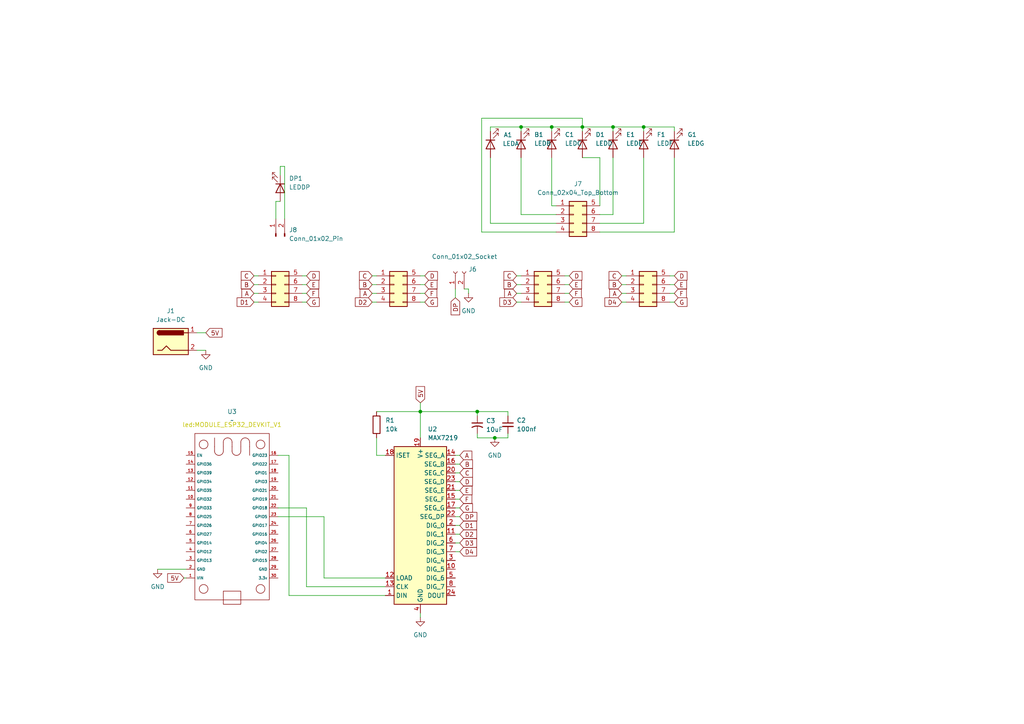
<source format=kicad_sch>
(kicad_sch
	(version 20250114)
	(generator "eeschema")
	(generator_version "9.0")
	(uuid "9f4d8178-e104-4118-b871-de4e84cbeef0")
	(paper "A4")
	(lib_symbols
		(symbol "Connector:Conn_01x02_Pin"
			(pin_names
				(offset 1.016)
				(hide yes)
			)
			(exclude_from_sim no)
			(in_bom yes)
			(on_board yes)
			(property "Reference" "J"
				(at 0 2.54 0)
				(effects
					(font
						(size 1.27 1.27)
					)
				)
			)
			(property "Value" "Conn_01x02_Pin"
				(at 0 -5.08 0)
				(effects
					(font
						(size 1.27 1.27)
					)
				)
			)
			(property "Footprint" ""
				(at 0 0 0)
				(effects
					(font
						(size 1.27 1.27)
					)
					(hide yes)
				)
			)
			(property "Datasheet" "~"
				(at 0 0 0)
				(effects
					(font
						(size 1.27 1.27)
					)
					(hide yes)
				)
			)
			(property "Description" "Generic connector, single row, 01x02, script generated"
				(at 0 0 0)
				(effects
					(font
						(size 1.27 1.27)
					)
					(hide yes)
				)
			)
			(property "ki_locked" ""
				(at 0 0 0)
				(effects
					(font
						(size 1.27 1.27)
					)
				)
			)
			(property "ki_keywords" "connector"
				(at 0 0 0)
				(effects
					(font
						(size 1.27 1.27)
					)
					(hide yes)
				)
			)
			(property "ki_fp_filters" "Connector*:*_1x??_*"
				(at 0 0 0)
				(effects
					(font
						(size 1.27 1.27)
					)
					(hide yes)
				)
			)
			(symbol "Conn_01x02_Pin_1_1"
				(rectangle
					(start 0.8636 0.127)
					(end 0 -0.127)
					(stroke
						(width 0.1524)
						(type default)
					)
					(fill
						(type outline)
					)
				)
				(rectangle
					(start 0.8636 -2.413)
					(end 0 -2.667)
					(stroke
						(width 0.1524)
						(type default)
					)
					(fill
						(type outline)
					)
				)
				(polyline
					(pts
						(xy 1.27 0) (xy 0.8636 0)
					)
					(stroke
						(width 0.1524)
						(type default)
					)
					(fill
						(type none)
					)
				)
				(polyline
					(pts
						(xy 1.27 -2.54) (xy 0.8636 -2.54)
					)
					(stroke
						(width 0.1524)
						(type default)
					)
					(fill
						(type none)
					)
				)
				(pin passive line
					(at 5.08 0 180)
					(length 3.81)
					(name "Pin_1"
						(effects
							(font
								(size 1.27 1.27)
							)
						)
					)
					(number "1"
						(effects
							(font
								(size 1.27 1.27)
							)
						)
					)
				)
				(pin passive line
					(at 5.08 -2.54 180)
					(length 3.81)
					(name "Pin_2"
						(effects
							(font
								(size 1.27 1.27)
							)
						)
					)
					(number "2"
						(effects
							(font
								(size 1.27 1.27)
							)
						)
					)
				)
			)
			(embedded_fonts no)
		)
		(symbol "Connector:Conn_01x02_Socket"
			(pin_names
				(offset 1.016)
				(hide yes)
			)
			(exclude_from_sim no)
			(in_bom yes)
			(on_board yes)
			(property "Reference" "J"
				(at 0 2.54 0)
				(effects
					(font
						(size 1.27 1.27)
					)
				)
			)
			(property "Value" "Conn_01x02_Socket"
				(at 0 -5.08 0)
				(effects
					(font
						(size 1.27 1.27)
					)
				)
			)
			(property "Footprint" ""
				(at 0 0 0)
				(effects
					(font
						(size 1.27 1.27)
					)
					(hide yes)
				)
			)
			(property "Datasheet" "~"
				(at 0 0 0)
				(effects
					(font
						(size 1.27 1.27)
					)
					(hide yes)
				)
			)
			(property "Description" "Generic connector, single row, 01x02, script generated"
				(at 0 0 0)
				(effects
					(font
						(size 1.27 1.27)
					)
					(hide yes)
				)
			)
			(property "ki_locked" ""
				(at 0 0 0)
				(effects
					(font
						(size 1.27 1.27)
					)
				)
			)
			(property "ki_keywords" "connector"
				(at 0 0 0)
				(effects
					(font
						(size 1.27 1.27)
					)
					(hide yes)
				)
			)
			(property "ki_fp_filters" "Connector*:*_1x??_*"
				(at 0 0 0)
				(effects
					(font
						(size 1.27 1.27)
					)
					(hide yes)
				)
			)
			(symbol "Conn_01x02_Socket_1_1"
				(polyline
					(pts
						(xy -1.27 0) (xy -0.508 0)
					)
					(stroke
						(width 0.1524)
						(type default)
					)
					(fill
						(type none)
					)
				)
				(polyline
					(pts
						(xy -1.27 -2.54) (xy -0.508 -2.54)
					)
					(stroke
						(width 0.1524)
						(type default)
					)
					(fill
						(type none)
					)
				)
				(arc
					(start 0 -0.508)
					(mid -0.5058 0)
					(end 0 0.508)
					(stroke
						(width 0.1524)
						(type default)
					)
					(fill
						(type none)
					)
				)
				(arc
					(start 0 -3.048)
					(mid -0.5058 -2.54)
					(end 0 -2.032)
					(stroke
						(width 0.1524)
						(type default)
					)
					(fill
						(type none)
					)
				)
				(pin passive line
					(at -5.08 0 0)
					(length 3.81)
					(name "Pin_1"
						(effects
							(font
								(size 1.27 1.27)
							)
						)
					)
					(number "1"
						(effects
							(font
								(size 1.27 1.27)
							)
						)
					)
				)
				(pin passive line
					(at -5.08 -2.54 0)
					(length 3.81)
					(name "Pin_2"
						(effects
							(font
								(size 1.27 1.27)
							)
						)
					)
					(number "2"
						(effects
							(font
								(size 1.27 1.27)
							)
						)
					)
				)
			)
			(embedded_fonts no)
		)
		(symbol "Connector:Jack-DC"
			(pin_names
				(offset 1.016)
			)
			(exclude_from_sim no)
			(in_bom yes)
			(on_board yes)
			(property "Reference" "J"
				(at 0 5.334 0)
				(effects
					(font
						(size 1.27 1.27)
					)
				)
			)
			(property "Value" "Jack-DC"
				(at 0 -5.08 0)
				(effects
					(font
						(size 1.27 1.27)
					)
				)
			)
			(property "Footprint" ""
				(at 1.27 -1.016 0)
				(effects
					(font
						(size 1.27 1.27)
					)
					(hide yes)
				)
			)
			(property "Datasheet" "~"
				(at 1.27 -1.016 0)
				(effects
					(font
						(size 1.27 1.27)
					)
					(hide yes)
				)
			)
			(property "Description" "DC Barrel Jack"
				(at 0 0 0)
				(effects
					(font
						(size 1.27 1.27)
					)
					(hide yes)
				)
			)
			(property "ki_keywords" "DC power barrel jack connector"
				(at 0 0 0)
				(effects
					(font
						(size 1.27 1.27)
					)
					(hide yes)
				)
			)
			(property "ki_fp_filters" "BarrelJack*"
				(at 0 0 0)
				(effects
					(font
						(size 1.27 1.27)
					)
					(hide yes)
				)
			)
			(symbol "Jack-DC_0_1"
				(rectangle
					(start -5.08 3.81)
					(end 5.08 -3.81)
					(stroke
						(width 0.254)
						(type default)
					)
					(fill
						(type background)
					)
				)
				(polyline
					(pts
						(xy -3.81 -2.54) (xy -2.54 -2.54) (xy -1.27 -1.27) (xy 0 -2.54) (xy 2.54 -2.54) (xy 5.08 -2.54)
					)
					(stroke
						(width 0.254)
						(type default)
					)
					(fill
						(type none)
					)
				)
				(arc
					(start -3.302 1.905)
					(mid -3.9343 2.54)
					(end -3.302 3.175)
					(stroke
						(width 0.254)
						(type default)
					)
					(fill
						(type none)
					)
				)
				(arc
					(start -3.302 1.905)
					(mid -3.9343 2.54)
					(end -3.302 3.175)
					(stroke
						(width 0.254)
						(type default)
					)
					(fill
						(type outline)
					)
				)
				(rectangle
					(start 3.683 3.175)
					(end -3.302 1.905)
					(stroke
						(width 0.254)
						(type default)
					)
					(fill
						(type outline)
					)
				)
				(polyline
					(pts
						(xy 5.08 2.54) (xy 3.81 2.54)
					)
					(stroke
						(width 0.254)
						(type default)
					)
					(fill
						(type none)
					)
				)
			)
			(symbol "Jack-DC_1_1"
				(pin passive line
					(at 7.62 2.54 180)
					(length 2.54)
					(name "~"
						(effects
							(font
								(size 1.27 1.27)
							)
						)
					)
					(number "1"
						(effects
							(font
								(size 1.27 1.27)
							)
						)
					)
				)
				(pin passive line
					(at 7.62 -2.54 180)
					(length 2.54)
					(name "~"
						(effects
							(font
								(size 1.27 1.27)
							)
						)
					)
					(number "2"
						(effects
							(font
								(size 1.27 1.27)
							)
						)
					)
				)
			)
			(embedded_fonts no)
		)
		(symbol "Connector_Generic:Conn_02x04_Top_Bottom"
			(pin_names
				(offset 1.016)
				(hide yes)
			)
			(exclude_from_sim no)
			(in_bom yes)
			(on_board yes)
			(property "Reference" "J"
				(at 1.27 5.08 0)
				(effects
					(font
						(size 1.27 1.27)
					)
				)
			)
			(property "Value" "Conn_02x04_Top_Bottom"
				(at 1.27 -7.62 0)
				(effects
					(font
						(size 1.27 1.27)
					)
				)
			)
			(property "Footprint" ""
				(at 0 0 0)
				(effects
					(font
						(size 1.27 1.27)
					)
					(hide yes)
				)
			)
			(property "Datasheet" "~"
				(at 0 0 0)
				(effects
					(font
						(size 1.27 1.27)
					)
					(hide yes)
				)
			)
			(property "Description" "Generic connector, double row, 02x04, top/bottom pin numbering scheme (row 1: 1...pins_per_row, row2: pins_per_row+1 ... num_pins), script generated (kicad-library-utils/schlib/autogen/connector/)"
				(at 0 0 0)
				(effects
					(font
						(size 1.27 1.27)
					)
					(hide yes)
				)
			)
			(property "ki_keywords" "connector"
				(at 0 0 0)
				(effects
					(font
						(size 1.27 1.27)
					)
					(hide yes)
				)
			)
			(property "ki_fp_filters" "Connector*:*_2x??_*"
				(at 0 0 0)
				(effects
					(font
						(size 1.27 1.27)
					)
					(hide yes)
				)
			)
			(symbol "Conn_02x04_Top_Bottom_1_1"
				(rectangle
					(start -1.27 3.81)
					(end 3.81 -6.35)
					(stroke
						(width 0.254)
						(type default)
					)
					(fill
						(type background)
					)
				)
				(rectangle
					(start -1.27 2.667)
					(end 0 2.413)
					(stroke
						(width 0.1524)
						(type default)
					)
					(fill
						(type none)
					)
				)
				(rectangle
					(start -1.27 0.127)
					(end 0 -0.127)
					(stroke
						(width 0.1524)
						(type default)
					)
					(fill
						(type none)
					)
				)
				(rectangle
					(start -1.27 -2.413)
					(end 0 -2.667)
					(stroke
						(width 0.1524)
						(type default)
					)
					(fill
						(type none)
					)
				)
				(rectangle
					(start -1.27 -4.953)
					(end 0 -5.207)
					(stroke
						(width 0.1524)
						(type default)
					)
					(fill
						(type none)
					)
				)
				(rectangle
					(start 3.81 2.667)
					(end 2.54 2.413)
					(stroke
						(width 0.1524)
						(type default)
					)
					(fill
						(type none)
					)
				)
				(rectangle
					(start 3.81 0.127)
					(end 2.54 -0.127)
					(stroke
						(width 0.1524)
						(type default)
					)
					(fill
						(type none)
					)
				)
				(rectangle
					(start 3.81 -2.413)
					(end 2.54 -2.667)
					(stroke
						(width 0.1524)
						(type default)
					)
					(fill
						(type none)
					)
				)
				(rectangle
					(start 3.81 -4.953)
					(end 2.54 -5.207)
					(stroke
						(width 0.1524)
						(type default)
					)
					(fill
						(type none)
					)
				)
				(pin passive line
					(at -5.08 2.54 0)
					(length 3.81)
					(name "Pin_1"
						(effects
							(font
								(size 1.27 1.27)
							)
						)
					)
					(number "1"
						(effects
							(font
								(size 1.27 1.27)
							)
						)
					)
				)
				(pin passive line
					(at -5.08 0 0)
					(length 3.81)
					(name "Pin_2"
						(effects
							(font
								(size 1.27 1.27)
							)
						)
					)
					(number "2"
						(effects
							(font
								(size 1.27 1.27)
							)
						)
					)
				)
				(pin passive line
					(at -5.08 -2.54 0)
					(length 3.81)
					(name "Pin_3"
						(effects
							(font
								(size 1.27 1.27)
							)
						)
					)
					(number "3"
						(effects
							(font
								(size 1.27 1.27)
							)
						)
					)
				)
				(pin passive line
					(at -5.08 -5.08 0)
					(length 3.81)
					(name "Pin_4"
						(effects
							(font
								(size 1.27 1.27)
							)
						)
					)
					(number "4"
						(effects
							(font
								(size 1.27 1.27)
							)
						)
					)
				)
				(pin passive line
					(at 7.62 2.54 180)
					(length 3.81)
					(name "Pin_5"
						(effects
							(font
								(size 1.27 1.27)
							)
						)
					)
					(number "5"
						(effects
							(font
								(size 1.27 1.27)
							)
						)
					)
				)
				(pin passive line
					(at 7.62 0 180)
					(length 3.81)
					(name "Pin_6"
						(effects
							(font
								(size 1.27 1.27)
							)
						)
					)
					(number "6"
						(effects
							(font
								(size 1.27 1.27)
							)
						)
					)
				)
				(pin passive line
					(at 7.62 -2.54 180)
					(length 3.81)
					(name "Pin_7"
						(effects
							(font
								(size 1.27 1.27)
							)
						)
					)
					(number "7"
						(effects
							(font
								(size 1.27 1.27)
							)
						)
					)
				)
				(pin passive line
					(at 7.62 -5.08 180)
					(length 3.81)
					(name "Pin_8"
						(effects
							(font
								(size 1.27 1.27)
							)
						)
					)
					(number "8"
						(effects
							(font
								(size 1.27 1.27)
							)
						)
					)
				)
			)
			(embedded_fonts no)
		)
		(symbol "Device:C_Small"
			(pin_numbers
				(hide yes)
			)
			(pin_names
				(offset 0.254)
				(hide yes)
			)
			(exclude_from_sim no)
			(in_bom yes)
			(on_board yes)
			(property "Reference" "C"
				(at 0.254 1.778 0)
				(effects
					(font
						(size 1.27 1.27)
					)
					(justify left)
				)
			)
			(property "Value" "C_Small"
				(at 0.254 -2.032 0)
				(effects
					(font
						(size 1.27 1.27)
					)
					(justify left)
				)
			)
			(property "Footprint" ""
				(at 0 0 0)
				(effects
					(font
						(size 1.27 1.27)
					)
					(hide yes)
				)
			)
			(property "Datasheet" "~"
				(at 0 0 0)
				(effects
					(font
						(size 1.27 1.27)
					)
					(hide yes)
				)
			)
			(property "Description" "Unpolarized capacitor, small symbol"
				(at 0 0 0)
				(effects
					(font
						(size 1.27 1.27)
					)
					(hide yes)
				)
			)
			(property "ki_keywords" "capacitor cap"
				(at 0 0 0)
				(effects
					(font
						(size 1.27 1.27)
					)
					(hide yes)
				)
			)
			(property "ki_fp_filters" "C_*"
				(at 0 0 0)
				(effects
					(font
						(size 1.27 1.27)
					)
					(hide yes)
				)
			)
			(symbol "C_Small_0_1"
				(polyline
					(pts
						(xy -1.524 0.508) (xy 1.524 0.508)
					)
					(stroke
						(width 0.3048)
						(type default)
					)
					(fill
						(type none)
					)
				)
				(polyline
					(pts
						(xy -1.524 -0.508) (xy 1.524 -0.508)
					)
					(stroke
						(width 0.3302)
						(type default)
					)
					(fill
						(type none)
					)
				)
			)
			(symbol "C_Small_1_1"
				(pin passive line
					(at 0 2.54 270)
					(length 2.032)
					(name "~"
						(effects
							(font
								(size 1.27 1.27)
							)
						)
					)
					(number "1"
						(effects
							(font
								(size 1.27 1.27)
							)
						)
					)
				)
				(pin passive line
					(at 0 -2.54 90)
					(length 2.032)
					(name "~"
						(effects
							(font
								(size 1.27 1.27)
							)
						)
					)
					(number "2"
						(effects
							(font
								(size 1.27 1.27)
							)
						)
					)
				)
			)
			(embedded_fonts no)
		)
		(symbol "Device:C_Small_US"
			(pin_numbers
				(hide yes)
			)
			(pin_names
				(offset 0.254)
				(hide yes)
			)
			(exclude_from_sim no)
			(in_bom yes)
			(on_board yes)
			(property "Reference" "C"
				(at 0.254 1.778 0)
				(effects
					(font
						(size 1.27 1.27)
					)
					(justify left)
				)
			)
			(property "Value" "C_Small_US"
				(at 0.254 -2.032 0)
				(effects
					(font
						(size 1.27 1.27)
					)
					(justify left)
				)
			)
			(property "Footprint" ""
				(at 0 0 0)
				(effects
					(font
						(size 1.27 1.27)
					)
					(hide yes)
				)
			)
			(property "Datasheet" ""
				(at 0 0 0)
				(effects
					(font
						(size 1.27 1.27)
					)
					(hide yes)
				)
			)
			(property "Description" "capacitor, small US symbol"
				(at 0 0 0)
				(effects
					(font
						(size 1.27 1.27)
					)
					(hide yes)
				)
			)
			(property "ki_keywords" "cap capacitor"
				(at 0 0 0)
				(effects
					(font
						(size 1.27 1.27)
					)
					(hide yes)
				)
			)
			(property "ki_fp_filters" "C_*"
				(at 0 0 0)
				(effects
					(font
						(size 1.27 1.27)
					)
					(hide yes)
				)
			)
			(symbol "C_Small_US_0_1"
				(polyline
					(pts
						(xy -1.524 0.508) (xy 1.524 0.508)
					)
					(stroke
						(width 0.3048)
						(type default)
					)
					(fill
						(type none)
					)
				)
				(arc
					(start -1.524 -0.762)
					(mid 0 -0.3734)
					(end 1.524 -0.762)
					(stroke
						(width 0.3048)
						(type default)
					)
					(fill
						(type none)
					)
				)
			)
			(symbol "C_Small_US_1_1"
				(pin passive line
					(at 0 2.54 270)
					(length 2.032)
					(name "~"
						(effects
							(font
								(size 1.27 1.27)
							)
						)
					)
					(number "1"
						(effects
							(font
								(size 1.27 1.27)
							)
						)
					)
				)
				(pin passive line
					(at 0 -2.54 90)
					(length 2.032)
					(name "~"
						(effects
							(font
								(size 1.27 1.27)
							)
						)
					)
					(number "2"
						(effects
							(font
								(size 1.27 1.27)
							)
						)
					)
				)
			)
			(embedded_fonts no)
		)
		(symbol "Device:LED"
			(pin_numbers
				(hide yes)
			)
			(pin_names
				(offset 1.016)
				(hide yes)
			)
			(exclude_from_sim no)
			(in_bom yes)
			(on_board yes)
			(property "Reference" "D"
				(at 0 2.54 0)
				(effects
					(font
						(size 1.27 1.27)
					)
				)
			)
			(property "Value" "LED"
				(at 0 -2.54 0)
				(effects
					(font
						(size 1.27 1.27)
					)
				)
			)
			(property "Footprint" ""
				(at 0 0 0)
				(effects
					(font
						(size 1.27 1.27)
					)
					(hide yes)
				)
			)
			(property "Datasheet" "~"
				(at 0 0 0)
				(effects
					(font
						(size 1.27 1.27)
					)
					(hide yes)
				)
			)
			(property "Description" "Light emitting diode"
				(at 0 0 0)
				(effects
					(font
						(size 1.27 1.27)
					)
					(hide yes)
				)
			)
			(property "Sim.Pins" "1=K 2=A"
				(at 0 0 0)
				(effects
					(font
						(size 1.27 1.27)
					)
					(hide yes)
				)
			)
			(property "ki_keywords" "LED diode"
				(at 0 0 0)
				(effects
					(font
						(size 1.27 1.27)
					)
					(hide yes)
				)
			)
			(property "ki_fp_filters" "LED* LED_SMD:* LED_THT:*"
				(at 0 0 0)
				(effects
					(font
						(size 1.27 1.27)
					)
					(hide yes)
				)
			)
			(symbol "LED_0_1"
				(polyline
					(pts
						(xy -3.048 -0.762) (xy -4.572 -2.286) (xy -3.81 -2.286) (xy -4.572 -2.286) (xy -4.572 -1.524)
					)
					(stroke
						(width 0)
						(type default)
					)
					(fill
						(type none)
					)
				)
				(polyline
					(pts
						(xy -1.778 -0.762) (xy -3.302 -2.286) (xy -2.54 -2.286) (xy -3.302 -2.286) (xy -3.302 -1.524)
					)
					(stroke
						(width 0)
						(type default)
					)
					(fill
						(type none)
					)
				)
				(polyline
					(pts
						(xy -1.27 0) (xy 1.27 0)
					)
					(stroke
						(width 0)
						(type default)
					)
					(fill
						(type none)
					)
				)
				(polyline
					(pts
						(xy -1.27 -1.27) (xy -1.27 1.27)
					)
					(stroke
						(width 0.254)
						(type default)
					)
					(fill
						(type none)
					)
				)
				(polyline
					(pts
						(xy 1.27 -1.27) (xy 1.27 1.27) (xy -1.27 0) (xy 1.27 -1.27)
					)
					(stroke
						(width 0.254)
						(type default)
					)
					(fill
						(type none)
					)
				)
			)
			(symbol "LED_1_1"
				(pin passive line
					(at -3.81 0 0)
					(length 2.54)
					(name "K"
						(effects
							(font
								(size 1.27 1.27)
							)
						)
					)
					(number "1"
						(effects
							(font
								(size 1.27 1.27)
							)
						)
					)
				)
				(pin passive line
					(at 3.81 0 180)
					(length 2.54)
					(name "A"
						(effects
							(font
								(size 1.27 1.27)
							)
						)
					)
					(number "2"
						(effects
							(font
								(size 1.27 1.27)
							)
						)
					)
				)
			)
			(embedded_fonts no)
		)
		(symbol "Driver_LED:MAX7219"
			(exclude_from_sim no)
			(in_bom yes)
			(on_board yes)
			(property "Reference" "U"
				(at -6.35 24.13 0)
				(effects
					(font
						(size 1.27 1.27)
					)
					(justify left bottom)
				)
			)
			(property "Value" "MAX7219"
				(at 1.27 25.4 0)
				(effects
					(font
						(size 1.27 1.27)
					)
					(justify left top)
				)
			)
			(property "Footprint" ""
				(at -1.27 1.27 0)
				(effects
					(font
						(size 1.27 1.27)
					)
					(hide yes)
				)
			)
			(property "Datasheet" "https://datasheets.maximintegrated.com/en/ds/MAX7219-MAX7221.pdf"
				(at 1.27 -3.81 0)
				(effects
					(font
						(size 1.27 1.27)
					)
					(hide yes)
				)
			)
			(property "Description" "8-Digit LED Display Driver"
				(at 0 0 0)
				(effects
					(font
						(size 1.27 1.27)
					)
					(hide yes)
				)
			)
			(property "ki_keywords" "LED 8-Digit Display Driver"
				(at 0 0 0)
				(effects
					(font
						(size 1.27 1.27)
					)
					(hide yes)
				)
			)
			(property "ki_fp_filters" "SOIC*7.5x15.4mm*P1.27mm* DIP*7.62mm*"
				(at 0 0 0)
				(effects
					(font
						(size 1.27 1.27)
					)
					(hide yes)
				)
			)
			(symbol "MAX7219_0_1"
				(rectangle
					(start -7.62 22.86)
					(end 7.62 -22.86)
					(stroke
						(width 0.254)
						(type default)
					)
					(fill
						(type background)
					)
				)
			)
			(symbol "MAX7219_1_1"
				(pin input line
					(at -10.16 20.32 0)
					(length 2.54)
					(name "ISET"
						(effects
							(font
								(size 1.27 1.27)
							)
						)
					)
					(number "18"
						(effects
							(font
								(size 1.27 1.27)
							)
						)
					)
				)
				(pin input line
					(at -10.16 -15.24 0)
					(length 2.54)
					(name "LOAD"
						(effects
							(font
								(size 1.27 1.27)
							)
						)
					)
					(number "12"
						(effects
							(font
								(size 1.27 1.27)
							)
						)
					)
				)
				(pin input line
					(at -10.16 -17.78 0)
					(length 2.54)
					(name "CLK"
						(effects
							(font
								(size 1.27 1.27)
							)
						)
					)
					(number "13"
						(effects
							(font
								(size 1.27 1.27)
							)
						)
					)
				)
				(pin input line
					(at -10.16 -20.32 0)
					(length 2.54)
					(name "DIN"
						(effects
							(font
								(size 1.27 1.27)
							)
						)
					)
					(number "1"
						(effects
							(font
								(size 1.27 1.27)
							)
						)
					)
				)
				(pin power_in line
					(at 0 25.4 270)
					(length 2.54)
					(name "V+"
						(effects
							(font
								(size 1.27 1.27)
							)
						)
					)
					(number "19"
						(effects
							(font
								(size 1.27 1.27)
							)
						)
					)
				)
				(pin power_in line
					(at 0 -25.4 90)
					(length 2.54)
					(name "GND"
						(effects
							(font
								(size 1.27 1.27)
							)
						)
					)
					(number "4"
						(effects
							(font
								(size 1.27 1.27)
							)
						)
					)
				)
				(pin passive line
					(at 0 -25.4 90)
					(length 2.54)
					(hide yes)
					(name "GND"
						(effects
							(font
								(size 1.27 1.27)
							)
						)
					)
					(number "9"
						(effects
							(font
								(size 1.27 1.27)
							)
						)
					)
				)
				(pin output line
					(at 10.16 20.32 180)
					(length 2.54)
					(name "SEG_A"
						(effects
							(font
								(size 1.27 1.27)
							)
						)
					)
					(number "14"
						(effects
							(font
								(size 1.27 1.27)
							)
						)
					)
				)
				(pin output line
					(at 10.16 17.78 180)
					(length 2.54)
					(name "SEG_B"
						(effects
							(font
								(size 1.27 1.27)
							)
						)
					)
					(number "16"
						(effects
							(font
								(size 1.27 1.27)
							)
						)
					)
				)
				(pin output line
					(at 10.16 15.24 180)
					(length 2.54)
					(name "SEG_C"
						(effects
							(font
								(size 1.27 1.27)
							)
						)
					)
					(number "20"
						(effects
							(font
								(size 1.27 1.27)
							)
						)
					)
				)
				(pin output line
					(at 10.16 12.7 180)
					(length 2.54)
					(name "SEG_D"
						(effects
							(font
								(size 1.27 1.27)
							)
						)
					)
					(number "23"
						(effects
							(font
								(size 1.27 1.27)
							)
						)
					)
				)
				(pin output line
					(at 10.16 10.16 180)
					(length 2.54)
					(name "SEG_E"
						(effects
							(font
								(size 1.27 1.27)
							)
						)
					)
					(number "21"
						(effects
							(font
								(size 1.27 1.27)
							)
						)
					)
				)
				(pin output line
					(at 10.16 7.62 180)
					(length 2.54)
					(name "SEG_F"
						(effects
							(font
								(size 1.27 1.27)
							)
						)
					)
					(number "15"
						(effects
							(font
								(size 1.27 1.27)
							)
						)
					)
				)
				(pin output line
					(at 10.16 5.08 180)
					(length 2.54)
					(name "SEG_G"
						(effects
							(font
								(size 1.27 1.27)
							)
						)
					)
					(number "17"
						(effects
							(font
								(size 1.27 1.27)
							)
						)
					)
				)
				(pin output line
					(at 10.16 2.54 180)
					(length 2.54)
					(name "SEG_DP"
						(effects
							(font
								(size 1.27 1.27)
							)
						)
					)
					(number "22"
						(effects
							(font
								(size 1.27 1.27)
							)
						)
					)
				)
				(pin output line
					(at 10.16 0 180)
					(length 2.54)
					(name "DIG_0"
						(effects
							(font
								(size 1.27 1.27)
							)
						)
					)
					(number "2"
						(effects
							(font
								(size 1.27 1.27)
							)
						)
					)
				)
				(pin output line
					(at 10.16 -2.54 180)
					(length 2.54)
					(name "DIG_1"
						(effects
							(font
								(size 1.27 1.27)
							)
						)
					)
					(number "11"
						(effects
							(font
								(size 1.27 1.27)
							)
						)
					)
				)
				(pin output line
					(at 10.16 -5.08 180)
					(length 2.54)
					(name "DIG_2"
						(effects
							(font
								(size 1.27 1.27)
							)
						)
					)
					(number "6"
						(effects
							(font
								(size 1.27 1.27)
							)
						)
					)
				)
				(pin output line
					(at 10.16 -7.62 180)
					(length 2.54)
					(name "DIG_3"
						(effects
							(font
								(size 1.27 1.27)
							)
						)
					)
					(number "7"
						(effects
							(font
								(size 1.27 1.27)
							)
						)
					)
				)
				(pin output line
					(at 10.16 -10.16 180)
					(length 2.54)
					(name "DIG_4"
						(effects
							(font
								(size 1.27 1.27)
							)
						)
					)
					(number "3"
						(effects
							(font
								(size 1.27 1.27)
							)
						)
					)
				)
				(pin output line
					(at 10.16 -12.7 180)
					(length 2.54)
					(name "DIG_5"
						(effects
							(font
								(size 1.27 1.27)
							)
						)
					)
					(number "10"
						(effects
							(font
								(size 1.27 1.27)
							)
						)
					)
				)
				(pin output line
					(at 10.16 -15.24 180)
					(length 2.54)
					(name "DIG_6"
						(effects
							(font
								(size 1.27 1.27)
							)
						)
					)
					(number "5"
						(effects
							(font
								(size 1.27 1.27)
							)
						)
					)
				)
				(pin output line
					(at 10.16 -17.78 180)
					(length 2.54)
					(name "DIG_7"
						(effects
							(font
								(size 1.27 1.27)
							)
						)
					)
					(number "8"
						(effects
							(font
								(size 1.27 1.27)
							)
						)
					)
				)
				(pin output line
					(at 10.16 -20.32 180)
					(length 2.54)
					(name "DOUT"
						(effects
							(font
								(size 1.27 1.27)
							)
						)
					)
					(number "24"
						(effects
							(font
								(size 1.27 1.27)
							)
						)
					)
				)
			)
			(embedded_fonts no)
		)
		(symbol "ScotoKeebs:Placeholder_Resistor"
			(pin_numbers
				(hide yes)
			)
			(pin_names
				(offset 0)
			)
			(exclude_from_sim no)
			(in_bom yes)
			(on_board yes)
			(property "Reference" "R"
				(at 0 2.032 0)
				(effects
					(font
						(size 1.27 1.27)
					)
				)
			)
			(property "Value" "Resistor"
				(at 0 -2.54 0)
				(effects
					(font
						(size 1.27 1.27)
					)
				)
			)
			(property "Footprint" ""
				(at 0 -1.778 0)
				(effects
					(font
						(size 1.27 1.27)
					)
					(hide yes)
				)
			)
			(property "Datasheet" "~"
				(at 0 0 90)
				(effects
					(font
						(size 1.27 1.27)
					)
					(hide yes)
				)
			)
			(property "Description" "Resistor"
				(at 0 0 0)
				(effects
					(font
						(size 1.27 1.27)
					)
					(hide yes)
				)
			)
			(property "ki_keywords" "R res resistor"
				(at 0 0 0)
				(effects
					(font
						(size 1.27 1.27)
					)
					(hide yes)
				)
			)
			(property "ki_fp_filters" "R_*"
				(at 0 0 0)
				(effects
					(font
						(size 1.27 1.27)
					)
					(hide yes)
				)
			)
			(symbol "Placeholder_Resistor_0_1"
				(rectangle
					(start 2.54 -1.016)
					(end -2.54 1.016)
					(stroke
						(width 0.254)
						(type default)
					)
					(fill
						(type none)
					)
				)
			)
			(symbol "Placeholder_Resistor_1_1"
				(pin passive line
					(at -3.81 0 0)
					(length 1.27)
					(name "~"
						(effects
							(font
								(size 1.27 1.27)
							)
						)
					)
					(number "1"
						(effects
							(font
								(size 1.27 1.27)
							)
						)
					)
				)
				(pin passive line
					(at 3.81 0 180)
					(length 1.27)
					(name "~"
						(effects
							(font
								(size 1.27 1.27)
							)
						)
					)
					(number "2"
						(effects
							(font
								(size 1.27 1.27)
							)
						)
					)
				)
			)
			(embedded_fonts no)
		)
		(symbol "esp32_30pin:ESP32_30Pin"
			(exclude_from_sim no)
			(in_bom yes)
			(on_board yes)
			(property "Reference" "U3"
				(at -30.48 0 90)
				(effects
					(font
						(size 1.27 1.27)
					)
				)
			)
			(property "Value" "~"
				(at -27.94 0 90)
				(effects
					(font
						(size 1.27 1.27)
					)
				)
			)
			(property "Footprint" "ESP32_30pin"
				(at -26.67 0 90)
				(effects
					(font
						(size 1.27 1.27)
						(color 194 194 0 1)
					)
				)
			)
			(property "Datasheet" ""
				(at 0 0 0)
				(effects
					(font
						(size 1.27 1.27)
					)
					(hide yes)
				)
			)
			(property "Description" ""
				(at 0 0 0)
				(effects
					(font
						(size 1.27 1.27)
					)
					(hide yes)
				)
			)
			(symbol "ESP32_30Pin_0_1"
				(rectangle
					(start -24.13 10.795)
					(end 24.13 -10.795)
					(stroke
						(width 0)
						(type default)
					)
					(fill
						(type none)
					)
				)
				(polyline
					(pts
						(xy -21.59 5.08) (xy -20.32 5.08)
					)
					(stroke
						(width 0)
						(type default)
					)
					(fill
						(type none)
					)
				)
				(polyline
					(pts
						(xy -21.59 2.54) (xy -20.32 2.54)
					)
					(stroke
						(width 0)
						(type default)
					)
					(fill
						(type none)
					)
				)
				(polyline
					(pts
						(xy -21.59 0) (xy -20.32 0)
					)
					(stroke
						(width 0)
						(type default)
					)
					(fill
						(type none)
					)
				)
				(polyline
					(pts
						(xy -21.59 -2.54) (xy -20.32 -2.54)
					)
					(stroke
						(width 0)
						(type default)
					)
					(fill
						(type none)
					)
				)
				(arc
					(start -21.5975 2.5325)
					(mid -22.4933 2.9067)
					(end -22.8675 3.8025)
					(stroke
						(width 0)
						(type default)
					)
					(fill
						(type none)
					)
				)
				(arc
					(start -21.5975 -2.5475)
					(mid -22.4933 -2.1733)
					(end -22.8675 -1.2775)
					(stroke
						(width 0)
						(type default)
					)
					(fill
						(type none)
					)
				)
				(arc
					(start -22.86 3.81)
					(mid -22.4873 4.7073)
					(end -21.59 5.08)
					(stroke
						(width 0)
						(type default)
					)
					(fill
						(type none)
					)
				)
				(arc
					(start -22.86 -1.27)
					(mid -22.4873 -0.3727)
					(end -21.59 0)
					(stroke
						(width 0)
						(type default)
					)
					(fill
						(type none)
					)
				)
				(circle
					(center -20.955 8.255)
					(radius 1.27)
					(stroke
						(width 0)
						(type default)
					)
					(fill
						(type none)
					)
				)
				(circle
					(center -20.955 -8.255)
					(radius 1.27)
					(stroke
						(width 0)
						(type default)
					)
					(fill
						(type none)
					)
				)
				(polyline
					(pts
						(xy -20.32 5.08) (xy -17.78 5.08)
					)
					(stroke
						(width 0)
						(type default)
					)
					(fill
						(type none)
					)
				)
				(polyline
					(pts
						(xy -20.32 -5.08) (xy -22.86 -5.08)
					)
					(stroke
						(width 0)
						(type default)
					)
					(fill
						(type none)
					)
				)
				(arc
					(start -17.7775 1.2675)
					(mid -18.1502 0.3702)
					(end -19.0475 -0.0025)
					(stroke
						(width 0)
						(type default)
					)
					(fill
						(type none)
					)
				)
				(arc
					(start -17.7775 -3.8125)
					(mid -18.1502 -4.7098)
					(end -19.0475 -5.0825)
					(stroke
						(width 0)
						(type default)
					)
					(fill
						(type none)
					)
				)
				(arc
					(start -19.04 2.545)
					(mid -18.1442 2.1708)
					(end -17.77 1.275)
					(stroke
						(width 0)
						(type default)
					)
					(fill
						(type none)
					)
				)
				(arc
					(start -19.04 -2.535)
					(mid -18.1442 -2.9092)
					(end -17.77 -3.805)
					(stroke
						(width 0)
						(type default)
					)
					(fill
						(type none)
					)
				)
				(polyline
					(pts
						(xy -19.0475 2.5375) (xy -20.3175 2.5375)
					)
					(stroke
						(width 0)
						(type default)
					)
					(fill
						(type none)
					)
				)
				(polyline
					(pts
						(xy -19.0475 -0.0025) (xy -20.3175 -0.0025)
					)
					(stroke
						(width 0)
						(type default)
					)
					(fill
						(type none)
					)
				)
				(polyline
					(pts
						(xy -19.0475 -2.5425) (xy -20.3175 -2.5425)
					)
					(stroke
						(width 0)
						(type default)
					)
					(fill
						(type none)
					)
				)
				(polyline
					(pts
						(xy -19.0475 -5.0825) (xy -20.3175 -5.0825)
					)
					(stroke
						(width 0)
						(type default)
					)
					(fill
						(type none)
					)
				)
				(circle
					(center 20.955 8.255)
					(radius 1.27)
					(stroke
						(width 0)
						(type default)
					)
					(fill
						(type none)
					)
				)
				(circle
					(center 20.955 -8.255)
					(radius 1.27)
					(stroke
						(width 0)
						(type default)
					)
					(fill
						(type none)
					)
				)
				(rectangle
					(start 21.59 2.54)
					(end 25.4 -2.54)
					(stroke
						(width 0)
						(type default)
					)
					(fill
						(type none)
					)
				)
			)
			(symbol "ESP32_30Pin_1_1"
				(pin bidirectional line
					(at -17.78 13.335 270)
					(length 2.54)
					(name "GPIO23"
						(effects
							(font
								(size 0.7874 0.7874)
							)
						)
					)
					(number "16"
						(effects
							(font
								(size 0.7874 0.7874)
							)
						)
					)
				)
				(pin bidirectional line
					(at -17.78 -13.335 90)
					(length 2.54)
					(name "EN"
						(effects
							(font
								(size 0.7874 0.7874)
							)
						)
					)
					(number "15"
						(effects
							(font
								(size 0.7874 0.7874)
							)
						)
					)
				)
				(pin bidirectional line
					(at -15.24 13.335 270)
					(length 2.54)
					(name "GPIO22"
						(effects
							(font
								(size 0.7874 0.7874)
							)
						)
					)
					(number "17"
						(effects
							(font
								(size 0.7874 0.7874)
							)
						)
					)
				)
				(pin bidirectional line
					(at -15.24 -13.335 90)
					(length 2.54)
					(name "GPIO36"
						(effects
							(font
								(size 0.7874 0.7874)
							)
						)
					)
					(number "14"
						(effects
							(font
								(size 0.7874 0.7874)
							)
						)
					)
				)
				(pin bidirectional line
					(at -12.7 13.335 270)
					(length 2.54)
					(name "GPIO1"
						(effects
							(font
								(size 0.7874 0.7874)
							)
						)
					)
					(number "18"
						(effects
							(font
								(size 0.7874 0.7874)
							)
						)
					)
				)
				(pin bidirectional line
					(at -12.7 -13.335 90)
					(length 2.54)
					(name "GPIO39"
						(effects
							(font
								(size 0.7874 0.7874)
							)
						)
					)
					(number "13"
						(effects
							(font
								(size 0.7874 0.7874)
							)
						)
					)
				)
				(pin bidirectional line
					(at -10.16 13.335 270)
					(length 2.54)
					(name "GPIO3"
						(effects
							(font
								(size 0.7874 0.7874)
							)
						)
					)
					(number "19"
						(effects
							(font
								(size 0.7874 0.7874)
							)
						)
					)
				)
				(pin bidirectional line
					(at -10.16 -13.335 90)
					(length 2.54)
					(name "GPIO34"
						(effects
							(font
								(size 0.7874 0.7874)
							)
						)
					)
					(number "12"
						(effects
							(font
								(size 0.7874 0.7874)
							)
						)
					)
				)
				(pin bidirectional line
					(at -7.62 13.335 270)
					(length 2.54)
					(name "GPIO21"
						(effects
							(font
								(size 0.7874 0.7874)
							)
						)
					)
					(number "20"
						(effects
							(font
								(size 0.7874 0.7874)
							)
						)
					)
				)
				(pin bidirectional line
					(at -7.62 -13.335 90)
					(length 2.54)
					(name "GPIO35"
						(effects
							(font
								(size 0.7874 0.7874)
							)
						)
					)
					(number "11"
						(effects
							(font
								(size 0.7874 0.7874)
							)
						)
					)
				)
				(pin bidirectional line
					(at -5.08 13.335 270)
					(length 2.54)
					(name "GPIO19"
						(effects
							(font
								(size 0.7874 0.7874)
							)
						)
					)
					(number "21"
						(effects
							(font
								(size 0.7874 0.7874)
							)
						)
					)
				)
				(pin bidirectional line
					(at -5.08 -13.335 90)
					(length 2.54)
					(name "GPIO32"
						(effects
							(font
								(size 0.7874 0.7874)
							)
						)
					)
					(number "10"
						(effects
							(font
								(size 0.7874 0.7874)
							)
						)
					)
				)
				(pin bidirectional line
					(at -2.54 13.335 270)
					(length 2.54)
					(name "GPIO18"
						(effects
							(font
								(size 0.7874 0.7874)
							)
						)
					)
					(number "22"
						(effects
							(font
								(size 0.7874 0.7874)
							)
						)
					)
				)
				(pin bidirectional line
					(at -2.54 -13.335 90)
					(length 2.54)
					(name "GPIO33"
						(effects
							(font
								(size 0.7874 0.7874)
							)
						)
					)
					(number "9"
						(effects
							(font
								(size 0.7874 0.7874)
							)
						)
					)
				)
				(pin bidirectional line
					(at 0 13.335 270)
					(length 2.54)
					(name "GPIO5"
						(effects
							(font
								(size 0.7874 0.7874)
							)
						)
					)
					(number "23"
						(effects
							(font
								(size 0.7874 0.7874)
							)
						)
					)
				)
				(pin bidirectional line
					(at 0 -13.335 90)
					(length 2.54)
					(name "GPIO25"
						(effects
							(font
								(size 0.7874 0.7874)
							)
						)
					)
					(number "8"
						(effects
							(font
								(size 0.7874 0.7874)
							)
						)
					)
				)
				(pin bidirectional line
					(at 2.54 13.335 270)
					(length 2.54)
					(name "GPIO17"
						(effects
							(font
								(size 0.7874 0.7874)
							)
						)
					)
					(number "24"
						(effects
							(font
								(size 0.7874 0.7874)
							)
						)
					)
				)
				(pin bidirectional line
					(at 2.54 -13.335 90)
					(length 2.54)
					(name "GPIO26"
						(effects
							(font
								(size 0.7874 0.7874)
							)
						)
					)
					(number "7"
						(effects
							(font
								(size 0.7874 0.7874)
							)
						)
					)
				)
				(pin bidirectional line
					(at 5.08 13.335 270)
					(length 2.54)
					(name "GPIO16"
						(effects
							(font
								(size 0.7874 0.7874)
							)
						)
					)
					(number "25"
						(effects
							(font
								(size 0.7874 0.7874)
							)
						)
					)
				)
				(pin bidirectional line
					(at 5.08 -13.335 90)
					(length 2.54)
					(name "GPIO27"
						(effects
							(font
								(size 0.7874 0.7874)
							)
						)
					)
					(number "6"
						(effects
							(font
								(size 0.7874 0.7874)
							)
						)
					)
				)
				(pin bidirectional line
					(at 7.62 13.335 270)
					(length 2.54)
					(name "GPIO4"
						(effects
							(font
								(size 0.7874 0.7874)
							)
						)
					)
					(number "26"
						(effects
							(font
								(size 0.7874 0.7874)
							)
						)
					)
				)
				(pin bidirectional line
					(at 7.62 -13.335 90)
					(length 2.54)
					(name "GPIO14"
						(effects
							(font
								(size 0.7874 0.7874)
							)
						)
					)
					(number "5"
						(effects
							(font
								(size 0.7874 0.7874)
							)
						)
					)
				)
				(pin bidirectional line
					(at 10.16 13.335 270)
					(length 2.54)
					(name "GPIO2"
						(effects
							(font
								(size 0.7874 0.7874)
							)
						)
					)
					(number "27"
						(effects
							(font
								(size 0.7874 0.7874)
							)
						)
					)
				)
				(pin bidirectional line
					(at 10.16 -13.335 90)
					(length 2.54)
					(name "GPIO12"
						(effects
							(font
								(size 0.7874 0.7874)
							)
						)
					)
					(number "4"
						(effects
							(font
								(size 0.7874 0.7874)
							)
						)
					)
				)
				(pin bidirectional line
					(at 12.7 13.335 270)
					(length 2.54)
					(name "GPIO15"
						(effects
							(font
								(size 0.7874 0.7874)
							)
						)
					)
					(number "28"
						(effects
							(font
								(size 0.7874 0.7874)
							)
						)
					)
				)
				(pin bidirectional line
					(at 12.7 -13.335 90)
					(length 2.54)
					(name "GPIO13"
						(effects
							(font
								(size 0.7874 0.7874)
							)
						)
					)
					(number "3"
						(effects
							(font
								(size 0.7874 0.7874)
							)
						)
					)
				)
				(pin power_in line
					(at 15.24 13.335 270)
					(length 2.54)
					(name "GND"
						(effects
							(font
								(size 0.7874 0.7874)
							)
						)
					)
					(number "29"
						(effects
							(font
								(size 0.7874 0.7874)
							)
						)
					)
				)
				(pin bidirectional line
					(at 15.24 -13.335 90)
					(length 2.54)
					(name "GND"
						(effects
							(font
								(size 0.7874 0.7874)
							)
						)
					)
					(number "2"
						(effects
							(font
								(size 0.7874 0.7874)
							)
						)
					)
				)
				(pin output line
					(at 17.78 13.335 270)
					(length 2.54)
					(name "3.3v"
						(effects
							(font
								(size 0.7874 0.7874)
							)
						)
					)
					(number "30"
						(effects
							(font
								(size 0.7874 0.7874)
							)
						)
					)
				)
				(pin power_out line
					(at 17.78 -13.335 90)
					(length 2.54)
					(name "VIN"
						(effects
							(font
								(size 0.7874 0.7874)
							)
						)
					)
					(number "1"
						(effects
							(font
								(size 0.7874 0.7874)
							)
						)
					)
				)
			)
			(embedded_fonts no)
		)
		(symbol "power:GND"
			(power)
			(pin_numbers
				(hide yes)
			)
			(pin_names
				(offset 0)
				(hide yes)
			)
			(exclude_from_sim no)
			(in_bom yes)
			(on_board yes)
			(property "Reference" "#PWR"
				(at 0 -6.35 0)
				(effects
					(font
						(size 1.27 1.27)
					)
					(hide yes)
				)
			)
			(property "Value" "GND"
				(at 0 -3.81 0)
				(effects
					(font
						(size 1.27 1.27)
					)
				)
			)
			(property "Footprint" ""
				(at 0 0 0)
				(effects
					(font
						(size 1.27 1.27)
					)
					(hide yes)
				)
			)
			(property "Datasheet" ""
				(at 0 0 0)
				(effects
					(font
						(size 1.27 1.27)
					)
					(hide yes)
				)
			)
			(property "Description" "Power symbol creates a global label with name \"GND\" , ground"
				(at 0 0 0)
				(effects
					(font
						(size 1.27 1.27)
					)
					(hide yes)
				)
			)
			(property "ki_keywords" "global power"
				(at 0 0 0)
				(effects
					(font
						(size 1.27 1.27)
					)
					(hide yes)
				)
			)
			(symbol "GND_0_1"
				(polyline
					(pts
						(xy 0 0) (xy 0 -1.27) (xy 1.27 -1.27) (xy 0 -2.54) (xy -1.27 -1.27) (xy 0 -1.27)
					)
					(stroke
						(width 0)
						(type default)
					)
					(fill
						(type none)
					)
				)
			)
			(symbol "GND_1_1"
				(pin power_in line
					(at 0 0 270)
					(length 0)
					(name "~"
						(effects
							(font
								(size 1.27 1.27)
							)
						)
					)
					(number "1"
						(effects
							(font
								(size 1.27 1.27)
							)
						)
					)
				)
			)
			(embedded_fonts no)
		)
	)
	(junction
		(at 186.69 36.83)
		(diameter 0)
		(color 0 0 0 0)
		(uuid "1e6d4425-423e-4777-bc69-0f2ba90668fe")
	)
	(junction
		(at 121.92 119.38)
		(diameter 0)
		(color 0 0 0 0)
		(uuid "2a238538-db64-4740-afe9-3743ae7cd1f0")
	)
	(junction
		(at 138.43 119.38)
		(diameter 0)
		(color 0 0 0 0)
		(uuid "5541e47c-5a66-4984-9a71-7873257c5855")
	)
	(junction
		(at 177.8 36.83)
		(diameter 0)
		(color 0 0 0 0)
		(uuid "7e5871c0-63af-428f-b899-d23bd7c74bfd")
	)
	(junction
		(at 143.51 127)
		(diameter 0)
		(color 0 0 0 0)
		(uuid "accdf7ca-967b-4abc-bef8-505e975ec91d")
	)
	(junction
		(at 151.13 36.83)
		(diameter 0)
		(color 0 0 0 0)
		(uuid "c0564817-45b0-42d1-a1e2-ccfb5816be99")
	)
	(junction
		(at 168.91 36.83)
		(diameter 0)
		(color 0 0 0 0)
		(uuid "d74b74d4-75fc-4904-b480-452924e45b39")
	)
	(junction
		(at 160.02 36.83)
		(diameter 0)
		(color 0 0 0 0)
		(uuid "e50d0867-f3b5-43d5-a177-6dffd5aa98f4")
	)
	(wire
		(pts
			(xy 147.32 127) (xy 143.51 127)
		)
		(stroke
			(width 0)
			(type default)
		)
		(uuid "0054990c-88fd-4240-9d31-55c494439955")
	)
	(wire
		(pts
			(xy 87.63 85.09) (xy 88.9 85.09)
		)
		(stroke
			(width 0)
			(type default)
		)
		(uuid "027f8c13-d955-49a0-b635-e1a946468cd4")
	)
	(wire
		(pts
			(xy 109.22 127) (xy 109.22 132.08)
		)
		(stroke
			(width 0)
			(type default)
		)
		(uuid "053d53fe-ab20-4bf5-a077-feeb25858333")
	)
	(wire
		(pts
			(xy 80.645 149.86) (xy 93.98 149.86)
		)
		(stroke
			(width 0)
			(type default)
		)
		(uuid "084edee7-6c82-4392-9a33-96c1504c3dff")
	)
	(wire
		(pts
			(xy 163.83 87.63) (xy 165.1 87.63)
		)
		(stroke
			(width 0)
			(type default)
		)
		(uuid "0b93e9dc-d7ba-4884-9257-64f1783118e1")
	)
	(wire
		(pts
			(xy 135.89 83.82) (xy 135.89 85.09)
		)
		(stroke
			(width 0)
			(type default)
		)
		(uuid "0bc02b6f-d2ad-4207-ae6d-eed6b44cc63c")
	)
	(wire
		(pts
			(xy 138.43 119.38) (xy 147.32 119.38)
		)
		(stroke
			(width 0)
			(type default)
		)
		(uuid "0c1cf614-7cb2-4069-a791-f23c5886fa20")
	)
	(wire
		(pts
			(xy 151.13 38.1) (xy 151.13 36.83)
		)
		(stroke
			(width 0)
			(type default)
		)
		(uuid "0c40a054-1ccb-4219-b85b-eda2d35667e4")
	)
	(wire
		(pts
			(xy 57.15 96.52) (xy 59.69 96.52)
		)
		(stroke
			(width 0)
			(type default)
		)
		(uuid "0eedc8b1-c6d9-4e05-8d6b-928bebcde444")
	)
	(wire
		(pts
			(xy 53.34 167.64) (xy 53.975 167.64)
		)
		(stroke
			(width 0)
			(type default)
		)
		(uuid "13338eb8-54e0-4c68-9bb7-860f9b496192")
	)
	(wire
		(pts
			(xy 87.63 82.55) (xy 88.9 82.55)
		)
		(stroke
			(width 0)
			(type default)
		)
		(uuid "138fb11b-ce2f-42bc-8603-51cf980df641")
	)
	(wire
		(pts
			(xy 121.92 82.55) (xy 123.19 82.55)
		)
		(stroke
			(width 0)
			(type default)
		)
		(uuid "169d27e6-adb9-4f2d-b4b2-2064402337b2")
	)
	(wire
		(pts
			(xy 121.92 119.38) (xy 138.43 119.38)
		)
		(stroke
			(width 0)
			(type default)
		)
		(uuid "1a70e109-2ffb-4767-83ad-7e90a6ce7f8b")
	)
	(wire
		(pts
			(xy 121.92 80.01) (xy 123.19 80.01)
		)
		(stroke
			(width 0)
			(type default)
		)
		(uuid "1b9af393-bf8e-4007-b67c-09e5d71d5d0e")
	)
	(wire
		(pts
			(xy 107.95 85.09) (xy 109.22 85.09)
		)
		(stroke
			(width 0)
			(type default)
		)
		(uuid "1bb5a262-3307-4c10-9ea0-e4d1c8252fa6")
	)
	(wire
		(pts
			(xy 121.92 119.38) (xy 121.92 127)
		)
		(stroke
			(width 0)
			(type default)
		)
		(uuid "2177b63f-4ac5-49a8-8dc8-176f8d81e731")
	)
	(wire
		(pts
			(xy 121.92 116.84) (xy 121.92 119.38)
		)
		(stroke
			(width 0)
			(type default)
		)
		(uuid "24dd8004-5f15-4cd1-ac74-747cb83a7ae1")
	)
	(wire
		(pts
			(xy 149.86 82.55) (xy 151.13 82.55)
		)
		(stroke
			(width 0)
			(type default)
		)
		(uuid "269ee357-634d-4ade-a6af-e8f975f0d340")
	)
	(wire
		(pts
			(xy 180.34 85.09) (xy 181.61 85.09)
		)
		(stroke
			(width 0)
			(type default)
		)
		(uuid "27c6bbea-3980-4efc-b22a-3064eb602c81")
	)
	(wire
		(pts
			(xy 168.91 38.1) (xy 168.91 36.83)
		)
		(stroke
			(width 0)
			(type default)
		)
		(uuid "28a778a3-348f-4bf5-8954-9832d959ea30")
	)
	(wire
		(pts
			(xy 194.31 80.01) (xy 195.58 80.01)
		)
		(stroke
			(width 0)
			(type default)
		)
		(uuid "28ccdd16-d1aa-40ca-974b-2c13e3a40c1c")
	)
	(wire
		(pts
			(xy 121.92 179.07) (xy 121.92 177.8)
		)
		(stroke
			(width 0)
			(type default)
		)
		(uuid "2d394182-3870-4757-a267-c202a3d3e61c")
	)
	(wire
		(pts
			(xy 177.8 36.83) (xy 186.69 36.83)
		)
		(stroke
			(width 0)
			(type default)
		)
		(uuid "2ea549cc-9959-4e8a-b7d2-665c5e78fd65")
	)
	(wire
		(pts
			(xy 147.32 125.73) (xy 147.32 127)
		)
		(stroke
			(width 0)
			(type default)
		)
		(uuid "313fb06c-f5f8-4c2c-8eae-84feb538ff46")
	)
	(wire
		(pts
			(xy 132.08 83.82) (xy 132.08 86.36)
		)
		(stroke
			(width 0)
			(type default)
		)
		(uuid "31d13619-a195-4135-980e-d46d68d164e0")
	)
	(wire
		(pts
			(xy 168.91 36.83) (xy 177.8 36.83)
		)
		(stroke
			(width 0)
			(type default)
		)
		(uuid "3327f6c6-59d4-4ddf-a970-e09fd8ac3739")
	)
	(wire
		(pts
			(xy 134.62 83.82) (xy 135.89 83.82)
		)
		(stroke
			(width 0)
			(type default)
		)
		(uuid "337d740b-ea5b-47af-9008-b89f528dbcf0")
	)
	(wire
		(pts
			(xy 177.8 45.72) (xy 177.8 62.23)
		)
		(stroke
			(width 0)
			(type default)
		)
		(uuid "33a2ab88-6701-4583-b72b-d63f9d9a62ee")
	)
	(wire
		(pts
			(xy 83.82 132.08) (xy 83.82 172.72)
		)
		(stroke
			(width 0)
			(type default)
		)
		(uuid "34a38b2d-542d-435c-b95e-66067c08cfc8")
	)
	(wire
		(pts
			(xy 73.66 80.01) (xy 74.93 80.01)
		)
		(stroke
			(width 0)
			(type default)
		)
		(uuid "35333303-1ee8-46aa-bee9-fe75adcef404")
	)
	(wire
		(pts
			(xy 168.91 34.29) (xy 168.91 36.83)
		)
		(stroke
			(width 0)
			(type default)
		)
		(uuid "36eda7a2-97e8-4ae2-907d-173acdce1976")
	)
	(wire
		(pts
			(xy 151.13 62.23) (xy 161.29 62.23)
		)
		(stroke
			(width 0)
			(type default)
		)
		(uuid "38d8288b-1b4c-4b80-9efa-7e7408849910")
	)
	(wire
		(pts
			(xy 142.24 36.83) (xy 151.13 36.83)
		)
		(stroke
			(width 0)
			(type default)
		)
		(uuid "3b6efab8-b63e-4d89-acf2-d946de9b925c")
	)
	(wire
		(pts
			(xy 57.15 101.6) (xy 59.69 101.6)
		)
		(stroke
			(width 0)
			(type default)
		)
		(uuid "3c26317b-4522-415e-8aa1-7260f5aef42b")
	)
	(wire
		(pts
			(xy 186.69 64.77) (xy 173.99 64.77)
		)
		(stroke
			(width 0)
			(type default)
		)
		(uuid "3cb645fb-85de-4ba8-bac7-077704d2a577")
	)
	(wire
		(pts
			(xy 151.13 45.72) (xy 151.13 62.23)
		)
		(stroke
			(width 0)
			(type default)
		)
		(uuid "3d5358af-79bb-4946-b5eb-d46c9ce07361")
	)
	(wire
		(pts
			(xy 160.02 45.72) (xy 160.02 59.69)
		)
		(stroke
			(width 0)
			(type default)
		)
		(uuid "486e09dd-78e4-4add-ba30-6941e4f35b12")
	)
	(wire
		(pts
			(xy 109.22 119.38) (xy 121.92 119.38)
		)
		(stroke
			(width 0)
			(type default)
		)
		(uuid "48abd8f8-92fd-4cc4-98eb-8a1b3f9e8ad7")
	)
	(wire
		(pts
			(xy 177.8 38.1) (xy 177.8 36.83)
		)
		(stroke
			(width 0)
			(type default)
		)
		(uuid "4ee7bbef-537d-4dbe-bbee-fa8267fff833")
	)
	(wire
		(pts
			(xy 73.66 82.55) (xy 74.93 82.55)
		)
		(stroke
			(width 0)
			(type default)
		)
		(uuid "4f3d00c5-15d1-4787-a667-901c17657f30")
	)
	(wire
		(pts
			(xy 151.13 36.83) (xy 160.02 36.83)
		)
		(stroke
			(width 0)
			(type default)
		)
		(uuid "52378101-7eba-4aa3-aa01-c316464297cb")
	)
	(wire
		(pts
			(xy 81.28 48.26) (xy 82.55 48.26)
		)
		(stroke
			(width 0)
			(type default)
		)
		(uuid "53e2ebdf-8dee-4e1a-b648-9edfa1ce68f4")
	)
	(wire
		(pts
			(xy 81.28 50.8) (xy 81.28 48.26)
		)
		(stroke
			(width 0)
			(type default)
		)
		(uuid "55446bb8-2e04-4d93-8782-f559bdd23b6b")
	)
	(wire
		(pts
			(xy 87.63 87.63) (xy 88.9 87.63)
		)
		(stroke
			(width 0)
			(type default)
		)
		(uuid "565f876f-c260-4903-a703-53b1a810e96a")
	)
	(wire
		(pts
			(xy 121.92 85.09) (xy 123.19 85.09)
		)
		(stroke
			(width 0)
			(type default)
		)
		(uuid "56fcab56-58ea-4212-b943-fdf64b85c504")
	)
	(wire
		(pts
			(xy 80.01 58.42) (xy 80.01 63.5)
		)
		(stroke
			(width 0)
			(type default)
		)
		(uuid "57543532-a548-425f-8bee-46aeadc9cbbe")
	)
	(wire
		(pts
			(xy 195.58 45.72) (xy 195.58 67.31)
		)
		(stroke
			(width 0)
			(type default)
		)
		(uuid "58fe00dd-73fc-431c-923c-b6bcc3a2b6c4")
	)
	(wire
		(pts
			(xy 160.02 36.83) (xy 168.91 36.83)
		)
		(stroke
			(width 0)
			(type default)
		)
		(uuid "592db1de-d234-4199-ac72-76a08a221156")
	)
	(wire
		(pts
			(xy 195.58 36.83) (xy 195.58 38.1)
		)
		(stroke
			(width 0)
			(type default)
		)
		(uuid "5a1ffc98-bce5-4191-a80c-a4fc21487809")
	)
	(wire
		(pts
			(xy 173.99 45.72) (xy 173.99 59.69)
		)
		(stroke
			(width 0)
			(type default)
		)
		(uuid "5acd0dc3-f8b9-44cc-8207-0cb6e183ff78")
	)
	(wire
		(pts
			(xy 138.43 127) (xy 138.43 125.73)
		)
		(stroke
			(width 0)
			(type default)
		)
		(uuid "5bf0f0fe-461d-41e5-9036-d2f0e0933cce")
	)
	(wire
		(pts
			(xy 186.69 36.83) (xy 195.58 36.83)
		)
		(stroke
			(width 0)
			(type default)
		)
		(uuid "5c40bc14-52c1-49db-8501-dea14eb9f6d3")
	)
	(wire
		(pts
			(xy 133.35 154.94) (xy 132.08 154.94)
		)
		(stroke
			(width 0)
			(type default)
		)
		(uuid "5e02df97-6d3b-4b0a-9c0a-0e1c62240fb1")
	)
	(wire
		(pts
			(xy 163.83 82.55) (xy 165.1 82.55)
		)
		(stroke
			(width 0)
			(type default)
		)
		(uuid "5f0b1987-0fde-41e1-ac05-a428ac850b5a")
	)
	(wire
		(pts
			(xy 80.645 147.32) (xy 88.9 147.32)
		)
		(stroke
			(width 0)
			(type default)
		)
		(uuid "604f0639-fb30-4894-a386-7a19c532207b")
	)
	(wire
		(pts
			(xy 93.98 149.86) (xy 93.98 167.64)
		)
		(stroke
			(width 0)
			(type default)
		)
		(uuid "62ba0784-8f33-4d75-8dff-54ef2939b996")
	)
	(wire
		(pts
			(xy 133.35 134.62) (xy 132.08 134.62)
		)
		(stroke
			(width 0)
			(type default)
		)
		(uuid "62d4cfef-e91e-4699-8329-1e7c495ffc37")
	)
	(wire
		(pts
			(xy 160.02 59.69) (xy 161.29 59.69)
		)
		(stroke
			(width 0)
			(type default)
		)
		(uuid "667ed1c5-c2fd-4677-b5db-510e53aea272")
	)
	(wire
		(pts
			(xy 177.8 62.23) (xy 173.99 62.23)
		)
		(stroke
			(width 0)
			(type default)
		)
		(uuid "7498c93b-9c6f-4091-b575-2f9878d50e36")
	)
	(wire
		(pts
			(xy 147.32 120.65) (xy 147.32 119.38)
		)
		(stroke
			(width 0)
			(type default)
		)
		(uuid "74d16234-82a4-49ad-9e78-ccb6f55ec51b")
	)
	(wire
		(pts
			(xy 133.35 144.78) (xy 132.08 144.78)
		)
		(stroke
			(width 0)
			(type default)
		)
		(uuid "7dd8e127-ae89-4d2e-885e-95352d97c626")
	)
	(wire
		(pts
			(xy 180.34 87.63) (xy 181.61 87.63)
		)
		(stroke
			(width 0)
			(type default)
		)
		(uuid "7e938e31-beb8-45ec-a15a-494ce3000a34")
	)
	(wire
		(pts
			(xy 133.35 149.86) (xy 132.08 149.86)
		)
		(stroke
			(width 0)
			(type default)
		)
		(uuid "80615c6b-bc37-4d40-acf2-b5385db399cb")
	)
	(wire
		(pts
			(xy 133.35 137.16) (xy 132.08 137.16)
		)
		(stroke
			(width 0)
			(type default)
		)
		(uuid "84341d66-2123-4f31-afeb-6cb780013944")
	)
	(wire
		(pts
			(xy 107.95 80.01) (xy 109.22 80.01)
		)
		(stroke
			(width 0)
			(type default)
		)
		(uuid "8b160319-1f0c-423d-99b3-c1dfa2efcedd")
	)
	(wire
		(pts
			(xy 180.34 82.55) (xy 181.61 82.55)
		)
		(stroke
			(width 0)
			(type default)
		)
		(uuid "8c0d8d13-d1e8-475c-84dd-d4935b2425bb")
	)
	(wire
		(pts
			(xy 45.72 165.1) (xy 53.975 165.1)
		)
		(stroke
			(width 0)
			(type default)
		)
		(uuid "8d942a22-74a4-43ca-8d05-0e88786a4f88")
	)
	(wire
		(pts
			(xy 93.98 167.64) (xy 111.76 167.64)
		)
		(stroke
			(width 0)
			(type default)
		)
		(uuid "8e80a633-df4d-44b4-9cb3-2ee1dae3d369")
	)
	(wire
		(pts
			(xy 149.86 85.09) (xy 151.13 85.09)
		)
		(stroke
			(width 0)
			(type default)
		)
		(uuid "9292d483-6deb-4f95-b113-1c867a152b35")
	)
	(wire
		(pts
			(xy 186.69 45.72) (xy 186.69 64.77)
		)
		(stroke
			(width 0)
			(type default)
		)
		(uuid "94b78185-20b4-45c2-a43d-f9a0d3cb1f66")
	)
	(wire
		(pts
			(xy 133.35 132.08) (xy 132.08 132.08)
		)
		(stroke
			(width 0)
			(type default)
		)
		(uuid "9e6592fa-af20-42c7-bf83-0b3934ea8fca")
	)
	(wire
		(pts
			(xy 163.83 85.09) (xy 165.1 85.09)
		)
		(stroke
			(width 0)
			(type default)
		)
		(uuid "a25df9d8-bcde-4212-aba9-65f8822657bb")
	)
	(wire
		(pts
			(xy 81.28 58.42) (xy 80.01 58.42)
		)
		(stroke
			(width 0)
			(type default)
		)
		(uuid "a8704d86-3c71-458b-928c-5d6c21c6f9d4")
	)
	(wire
		(pts
			(xy 142.24 45.72) (xy 142.24 64.77)
		)
		(stroke
			(width 0)
			(type default)
		)
		(uuid "a8a5aaed-bdfe-4d4b-a1a5-bb5d469627d0")
	)
	(wire
		(pts
			(xy 143.51 127) (xy 138.43 127)
		)
		(stroke
			(width 0)
			(type default)
		)
		(uuid "abac2413-10fa-4f77-94ca-8bb465634a4a")
	)
	(wire
		(pts
			(xy 88.9 170.18) (xy 111.76 170.18)
		)
		(stroke
			(width 0)
			(type default)
		)
		(uuid "b306df38-b2e5-4883-8405-6a66e751012c")
	)
	(wire
		(pts
			(xy 107.95 82.55) (xy 109.22 82.55)
		)
		(stroke
			(width 0)
			(type default)
		)
		(uuid "b38e6e46-cb47-42aa-b2bc-c4780a8e3e93")
	)
	(wire
		(pts
			(xy 194.31 82.55) (xy 195.58 82.55)
		)
		(stroke
			(width 0)
			(type default)
		)
		(uuid "b5109b4a-3ddd-429f-a1a2-1a2bf7da013a")
	)
	(wire
		(pts
			(xy 133.35 152.4) (xy 132.08 152.4)
		)
		(stroke
			(width 0)
			(type default)
		)
		(uuid "b6933d73-c10b-476a-b3c6-6107ec3a3aec")
	)
	(wire
		(pts
			(xy 160.02 38.1) (xy 160.02 36.83)
		)
		(stroke
			(width 0)
			(type default)
		)
		(uuid "b8b37c5f-989c-4ab6-9c4e-396b42f0e507")
	)
	(wire
		(pts
			(xy 133.35 142.24) (xy 132.08 142.24)
		)
		(stroke
			(width 0)
			(type default)
		)
		(uuid "b8f9ca6a-e70d-4b21-abdf-60fe0dca39b6")
	)
	(wire
		(pts
			(xy 149.86 80.01) (xy 151.13 80.01)
		)
		(stroke
			(width 0)
			(type default)
		)
		(uuid "baaab756-eeeb-4aff-8777-6f3eafc3b2aa")
	)
	(wire
		(pts
			(xy 133.35 147.32) (xy 132.08 147.32)
		)
		(stroke
			(width 0)
			(type default)
		)
		(uuid "be7055d8-bd32-4da3-aad0-5941e09f38a6")
	)
	(wire
		(pts
			(xy 142.24 64.77) (xy 161.29 64.77)
		)
		(stroke
			(width 0)
			(type default)
		)
		(uuid "c2efba3d-fa75-4b74-b958-ac16d08bee17")
	)
	(wire
		(pts
			(xy 186.69 38.1) (xy 186.69 36.83)
		)
		(stroke
			(width 0)
			(type default)
		)
		(uuid "c339bfb3-f1a1-456e-b867-9575ae24506e")
	)
	(wire
		(pts
			(xy 73.66 87.63) (xy 74.93 87.63)
		)
		(stroke
			(width 0)
			(type default)
		)
		(uuid "c67d48f2-5978-4e2b-a3b7-0f9a694c8ebd")
	)
	(wire
		(pts
			(xy 139.7 67.31) (xy 161.29 67.31)
		)
		(stroke
			(width 0)
			(type default)
		)
		(uuid "c892db27-91b3-4568-b9b1-d1e67f861ed2")
	)
	(wire
		(pts
			(xy 163.83 80.01) (xy 165.1 80.01)
		)
		(stroke
			(width 0)
			(type default)
		)
		(uuid "c936873f-e0b2-40c9-bbed-03a8f7cbbb13")
	)
	(wire
		(pts
			(xy 109.22 132.08) (xy 111.76 132.08)
		)
		(stroke
			(width 0)
			(type default)
		)
		(uuid "cb1e94b5-4282-40f7-b38e-f7e7c524c65e")
	)
	(wire
		(pts
			(xy 180.34 80.01) (xy 181.61 80.01)
		)
		(stroke
			(width 0)
			(type default)
		)
		(uuid "cf78e94c-ff7f-4939-8980-823c7bfa241f")
	)
	(wire
		(pts
			(xy 139.7 34.29) (xy 139.7 67.31)
		)
		(stroke
			(width 0)
			(type default)
		)
		(uuid "cfe90652-b5ef-4fd1-8283-5b2c13bc9e8e")
	)
	(wire
		(pts
			(xy 133.35 160.02) (xy 132.08 160.02)
		)
		(stroke
			(width 0)
			(type default)
		)
		(uuid "d4b55860-289c-465f-8b80-f5b5576a975d")
	)
	(wire
		(pts
			(xy 121.92 87.63) (xy 123.19 87.63)
		)
		(stroke
			(width 0)
			(type default)
		)
		(uuid "dbce9f2f-c98f-4d54-afea-37e6a3143ad2")
	)
	(wire
		(pts
			(xy 73.66 85.09) (xy 74.93 85.09)
		)
		(stroke
			(width 0)
			(type default)
		)
		(uuid "dcdc2403-c41b-400e-bacb-ae2484f101b2")
	)
	(wire
		(pts
			(xy 168.91 34.29) (xy 139.7 34.29)
		)
		(stroke
			(width 0)
			(type default)
		)
		(uuid "de0f3892-c3a9-431f-aaf0-bbd91f9eca60")
	)
	(wire
		(pts
			(xy 195.58 67.31) (xy 173.99 67.31)
		)
		(stroke
			(width 0)
			(type default)
		)
		(uuid "deb876d2-526c-4018-87b2-04b57593cf14")
	)
	(wire
		(pts
			(xy 107.95 87.63) (xy 109.22 87.63)
		)
		(stroke
			(width 0)
			(type default)
		)
		(uuid "dfac7f47-ff03-4057-a0eb-c926ee87405d")
	)
	(wire
		(pts
			(xy 149.86 87.63) (xy 151.13 87.63)
		)
		(stroke
			(width 0)
			(type default)
		)
		(uuid "e54d41e9-f00d-4902-8bc8-525091129dde")
	)
	(wire
		(pts
			(xy 80.645 132.08) (xy 83.82 132.08)
		)
		(stroke
			(width 0)
			(type default)
		)
		(uuid "e879206f-8d83-4b1d-b9d5-b0b45770a372")
	)
	(wire
		(pts
			(xy 133.35 157.48) (xy 132.08 157.48)
		)
		(stroke
			(width 0)
			(type default)
		)
		(uuid "eb34415a-a890-43ba-8e32-5edc786dab23")
	)
	(wire
		(pts
			(xy 168.91 45.72) (xy 173.99 45.72)
		)
		(stroke
			(width 0)
			(type default)
		)
		(uuid "eb6493f6-6345-4907-b021-57066e2cebd1")
	)
	(wire
		(pts
			(xy 88.9 147.32) (xy 88.9 170.18)
		)
		(stroke
			(width 0)
			(type default)
		)
		(uuid "ec8dc559-93f7-408b-8d54-607df131fdff")
	)
	(wire
		(pts
			(xy 83.82 172.72) (xy 111.76 172.72)
		)
		(stroke
			(width 0)
			(type default)
		)
		(uuid "f13937ff-23f0-435a-aee1-6d899778c651")
	)
	(wire
		(pts
			(xy 194.31 85.09) (xy 195.58 85.09)
		)
		(stroke
			(width 0)
			(type default)
		)
		(uuid "f2a53502-c1d8-45a6-ba87-0f24feee8d01")
	)
	(wire
		(pts
			(xy 142.24 38.1) (xy 142.24 36.83)
		)
		(stroke
			(width 0)
			(type default)
		)
		(uuid "f2a9a064-8778-4036-8345-384c0a9f3b9e")
	)
	(wire
		(pts
			(xy 138.43 120.65) (xy 138.43 119.38)
		)
		(stroke
			(width 0)
			(type default)
		)
		(uuid "f7b19633-e901-4449-98c6-a580f127a60d")
	)
	(wire
		(pts
			(xy 87.63 80.01) (xy 88.9 80.01)
		)
		(stroke
			(width 0)
			(type default)
		)
		(uuid "f84945b9-65a7-4ada-98fe-23adc2087d06")
	)
	(wire
		(pts
			(xy 133.35 139.7) (xy 132.08 139.7)
		)
		(stroke
			(width 0)
			(type default)
		)
		(uuid "fb134bfa-8a16-4ced-ad38-8214e6dd4f7a")
	)
	(wire
		(pts
			(xy 194.31 87.63) (xy 195.58 87.63)
		)
		(stroke
			(width 0)
			(type default)
		)
		(uuid "ffaa46cd-0d02-4882-9b05-86d6625ec7f6")
	)
	(wire
		(pts
			(xy 82.55 48.26) (xy 82.55 63.5)
		)
		(stroke
			(width 0)
			(type default)
		)
		(uuid "ffead19a-bc47-45fa-b979-d6b4026ba92a")
	)
	(global_label "D"
		(shape input)
		(at 88.9 80.01 0)
		(fields_autoplaced yes)
		(effects
			(font
				(size 1.27 1.27)
			)
			(justify left)
		)
		(uuid "04cd3dbc-3a68-410d-9d79-40814db81624")
		(property "Intersheetrefs" "${INTERSHEET_REFS}"
			(at 93.1552 80.01 0)
			(effects
				(font
					(size 1.27 1.27)
				)
				(justify left)
				(hide yes)
			)
		)
	)
	(global_label "D3"
		(shape input)
		(at 149.86 87.63 180)
		(fields_autoplaced yes)
		(effects
			(font
				(size 1.27 1.27)
			)
			(justify right)
		)
		(uuid "08b49cd7-22d4-4f8e-8122-d045966d05a6")
		(property "Intersheetrefs" "${INTERSHEET_REFS}"
			(at 144.3953 87.63 0)
			(effects
				(font
					(size 1.27 1.27)
				)
				(justify right)
				(hide yes)
			)
		)
	)
	(global_label "E"
		(shape input)
		(at 165.1 82.55 0)
		(fields_autoplaced yes)
		(effects
			(font
				(size 1.27 1.27)
			)
			(justify left)
		)
		(uuid "2132c92b-57a7-4148-b5bb-41728b11f740")
		(property "Intersheetrefs" "${INTERSHEET_REFS}"
			(at 169.2342 82.55 0)
			(effects
				(font
					(size 1.27 1.27)
				)
				(justify left)
				(hide yes)
			)
		)
	)
	(global_label "DP"
		(shape input)
		(at 132.08 86.36 270)
		(fields_autoplaced yes)
		(effects
			(font
				(size 1.27 1.27)
			)
			(justify right)
		)
		(uuid "2408d133-6db7-4cc5-a977-afad8b186139")
		(property "Intersheetrefs" "${INTERSHEET_REFS}"
			(at 132.08 91.8852 90)
			(effects
				(font
					(size 1.27 1.27)
				)
				(justify right)
				(hide yes)
			)
		)
	)
	(global_label "D3"
		(shape input)
		(at 133.35 157.48 0)
		(fields_autoplaced yes)
		(effects
			(font
				(size 1.27 1.27)
			)
			(justify left)
		)
		(uuid "2ab1a0a7-eb99-4150-a9c1-f63a9abaa15e")
		(property "Intersheetrefs" "${INTERSHEET_REFS}"
			(at 138.8147 157.48 0)
			(effects
				(font
					(size 1.27 1.27)
				)
				(justify left)
				(hide yes)
			)
		)
	)
	(global_label "D1"
		(shape input)
		(at 73.66 87.63 180)
		(fields_autoplaced yes)
		(effects
			(font
				(size 1.27 1.27)
			)
			(justify right)
		)
		(uuid "2c68f9ae-a722-4d5c-9943-9303d5e5ae97")
		(property "Intersheetrefs" "${INTERSHEET_REFS}"
			(at 68.1953 87.63 0)
			(effects
				(font
					(size 1.27 1.27)
				)
				(justify right)
				(hide yes)
			)
		)
	)
	(global_label "DP"
		(shape input)
		(at 133.35 149.86 0)
		(fields_autoplaced yes)
		(effects
			(font
				(size 1.27 1.27)
			)
			(justify left)
		)
		(uuid "30f9671b-f6be-484c-be77-d55cafca6558")
		(property "Intersheetrefs" "${INTERSHEET_REFS}"
			(at 138.8752 149.86 0)
			(effects
				(font
					(size 1.27 1.27)
				)
				(justify left)
				(hide yes)
			)
		)
	)
	(global_label "D1"
		(shape input)
		(at 133.35 152.4 0)
		(fields_autoplaced yes)
		(effects
			(font
				(size 1.27 1.27)
			)
			(justify left)
		)
		(uuid "340c7c63-9adb-4d18-9ebd-d4d57bc4b290")
		(property "Intersheetrefs" "${INTERSHEET_REFS}"
			(at 138.8147 152.4 0)
			(effects
				(font
					(size 1.27 1.27)
				)
				(justify left)
				(hide yes)
			)
		)
	)
	(global_label "F"
		(shape input)
		(at 165.1 85.09 0)
		(fields_autoplaced yes)
		(effects
			(font
				(size 1.27 1.27)
			)
			(justify left)
		)
		(uuid "396be0a2-d0a3-49c3-84fa-7e3232e9681a")
		(property "Intersheetrefs" "${INTERSHEET_REFS}"
			(at 169.1738 85.09 0)
			(effects
				(font
					(size 1.27 1.27)
				)
				(justify left)
				(hide yes)
			)
		)
	)
	(global_label "5V"
		(shape input)
		(at 121.92 116.84 90)
		(fields_autoplaced yes)
		(effects
			(font
				(size 1.27 1.27)
			)
			(justify left)
		)
		(uuid "3d397015-71ca-487c-8626-f9725b418c97")
		(property "Intersheetrefs" "${INTERSHEET_REFS}"
			(at 121.92 111.5567 90)
			(effects
				(font
					(size 1.27 1.27)
				)
				(justify left)
				(hide yes)
			)
		)
	)
	(global_label "G"
		(shape input)
		(at 123.19 87.63 0)
		(fields_autoplaced yes)
		(effects
			(font
				(size 1.27 1.27)
			)
			(justify left)
		)
		(uuid "44ed5b5e-75d3-4802-8d5f-f1ec18a5430f")
		(property "Intersheetrefs" "${INTERSHEET_REFS}"
			(at 127.4452 87.63 0)
			(effects
				(font
					(size 1.27 1.27)
				)
				(justify left)
				(hide yes)
			)
		)
	)
	(global_label "D2"
		(shape input)
		(at 133.35 154.94 0)
		(fields_autoplaced yes)
		(effects
			(font
				(size 1.27 1.27)
			)
			(justify left)
		)
		(uuid "4d4d5240-5c96-4ffc-b6f9-993e2b8af518")
		(property "Intersheetrefs" "${INTERSHEET_REFS}"
			(at 138.8147 154.94 0)
			(effects
				(font
					(size 1.27 1.27)
				)
				(justify left)
				(hide yes)
			)
		)
	)
	(global_label "F"
		(shape input)
		(at 133.35 144.78 0)
		(fields_autoplaced yes)
		(effects
			(font
				(size 1.27 1.27)
			)
			(justify left)
		)
		(uuid "50b73a62-5554-40f4-bb67-82fb9a8a4ef8")
		(property "Intersheetrefs" "${INTERSHEET_REFS}"
			(at 137.4238 144.78 0)
			(effects
				(font
					(size 1.27 1.27)
				)
				(justify left)
				(hide yes)
			)
		)
	)
	(global_label "A"
		(shape input)
		(at 149.86 85.09 180)
		(fields_autoplaced yes)
		(effects
			(font
				(size 1.27 1.27)
			)
			(justify right)
		)
		(uuid "54b6b6ce-f123-4f8c-abe0-640dbb730c1c")
		(property "Intersheetrefs" "${INTERSHEET_REFS}"
			(at 145.7862 85.09 0)
			(effects
				(font
					(size 1.27 1.27)
				)
				(justify right)
				(hide yes)
			)
		)
	)
	(global_label "C"
		(shape input)
		(at 133.35 137.16 0)
		(fields_autoplaced yes)
		(effects
			(font
				(size 1.27 1.27)
			)
			(justify left)
		)
		(uuid "56d9c2c3-855f-464c-a795-3bc2c80c5c44")
		(property "Intersheetrefs" "${INTERSHEET_REFS}"
			(at 137.6052 137.16 0)
			(effects
				(font
					(size 1.27 1.27)
				)
				(justify left)
				(hide yes)
			)
		)
	)
	(global_label "E"
		(shape input)
		(at 123.19 82.55 0)
		(fields_autoplaced yes)
		(effects
			(font
				(size 1.27 1.27)
			)
			(justify left)
		)
		(uuid "5a16636d-e7c6-417f-8546-c02e0edef583")
		(property "Intersheetrefs" "${INTERSHEET_REFS}"
			(at 127.3242 82.55 0)
			(effects
				(font
					(size 1.27 1.27)
				)
				(justify left)
				(hide yes)
			)
		)
	)
	(global_label "B"
		(shape input)
		(at 133.35 134.62 0)
		(fields_autoplaced yes)
		(effects
			(font
				(size 1.27 1.27)
			)
			(justify left)
		)
		(uuid "5d5e01a8-916f-468c-96aa-dac7fd592acd")
		(property "Intersheetrefs" "${INTERSHEET_REFS}"
			(at 137.6052 134.62 0)
			(effects
				(font
					(size 1.27 1.27)
				)
				(justify left)
				(hide yes)
			)
		)
	)
	(global_label "E"
		(shape input)
		(at 133.35 142.24 0)
		(fields_autoplaced yes)
		(effects
			(font
				(size 1.27 1.27)
			)
			(justify left)
		)
		(uuid "6ba85bd6-381c-4c1d-8b8a-478edca20275")
		(property "Intersheetrefs" "${INTERSHEET_REFS}"
			(at 137.4842 142.24 0)
			(effects
				(font
					(size 1.27 1.27)
				)
				(justify left)
				(hide yes)
			)
		)
	)
	(global_label "5V"
		(shape input)
		(at 59.69 96.52 0)
		(fields_autoplaced yes)
		(effects
			(font
				(size 1.27 1.27)
			)
			(justify left)
		)
		(uuid "6ca7d031-0832-4f20-a670-bd98b03f6ef7")
		(property "Intersheetrefs" "${INTERSHEET_REFS}"
			(at 64.9733 96.52 0)
			(effects
				(font
					(size 1.27 1.27)
				)
				(justify left)
				(hide yes)
			)
		)
	)
	(global_label "D"
		(shape input)
		(at 195.58 80.01 0)
		(fields_autoplaced yes)
		(effects
			(font
				(size 1.27 1.27)
			)
			(justify left)
		)
		(uuid "6e1434a0-4a9e-4911-aefe-e3169f884df4")
		(property "Intersheetrefs" "${INTERSHEET_REFS}"
			(at 199.8352 80.01 0)
			(effects
				(font
					(size 1.27 1.27)
				)
				(justify left)
				(hide yes)
			)
		)
	)
	(global_label "B"
		(shape input)
		(at 149.86 82.55 180)
		(fields_autoplaced yes)
		(effects
			(font
				(size 1.27 1.27)
			)
			(justify right)
		)
		(uuid "7461057e-60e1-44a0-b75d-0d233cc620d8")
		(property "Intersheetrefs" "${INTERSHEET_REFS}"
			(at 145.6048 82.55 0)
			(effects
				(font
					(size 1.27 1.27)
				)
				(justify right)
				(hide yes)
			)
		)
	)
	(global_label "G"
		(shape input)
		(at 165.1 87.63 0)
		(fields_autoplaced yes)
		(effects
			(font
				(size 1.27 1.27)
			)
			(justify left)
		)
		(uuid "7b8ade7a-f499-4363-8a47-5df3d9b2326c")
		(property "Intersheetrefs" "${INTERSHEET_REFS}"
			(at 169.3552 87.63 0)
			(effects
				(font
					(size 1.27 1.27)
				)
				(justify left)
				(hide yes)
			)
		)
	)
	(global_label "C"
		(shape input)
		(at 73.66 80.01 180)
		(fields_autoplaced yes)
		(effects
			(font
				(size 1.27 1.27)
			)
			(justify right)
		)
		(uuid "82d1ffdd-6943-4adb-a2f0-24f32c63a651")
		(property "Intersheetrefs" "${INTERSHEET_REFS}"
			(at 69.4048 80.01 0)
			(effects
				(font
					(size 1.27 1.27)
				)
				(justify right)
				(hide yes)
			)
		)
	)
	(global_label "D"
		(shape input)
		(at 133.35 139.7 0)
		(fields_autoplaced yes)
		(effects
			(font
				(size 1.27 1.27)
			)
			(justify left)
		)
		(uuid "860629ad-53cd-4e8e-a608-efb3ead48f2b")
		(property "Intersheetrefs" "${INTERSHEET_REFS}"
			(at 137.6052 139.7 0)
			(effects
				(font
					(size 1.27 1.27)
				)
				(justify left)
				(hide yes)
			)
		)
	)
	(global_label "A"
		(shape input)
		(at 107.95 85.09 180)
		(fields_autoplaced yes)
		(effects
			(font
				(size 1.27 1.27)
			)
			(justify right)
		)
		(uuid "878a82df-a592-45a6-b3c0-6267762bc412")
		(property "Intersheetrefs" "${INTERSHEET_REFS}"
			(at 103.8762 85.09 0)
			(effects
				(font
					(size 1.27 1.27)
				)
				(justify right)
				(hide yes)
			)
		)
	)
	(global_label "D"
		(shape input)
		(at 165.1 80.01 0)
		(fields_autoplaced yes)
		(effects
			(font
				(size 1.27 1.27)
			)
			(justify left)
		)
		(uuid "89fde2bf-9076-449f-8b46-4b594e6a5c05")
		(property "Intersheetrefs" "${INTERSHEET_REFS}"
			(at 169.3552 80.01 0)
			(effects
				(font
					(size 1.27 1.27)
				)
				(justify left)
				(hide yes)
			)
		)
	)
	(global_label "C"
		(shape input)
		(at 107.95 80.01 180)
		(fields_autoplaced yes)
		(effects
			(font
				(size 1.27 1.27)
			)
			(justify right)
		)
		(uuid "8d535bd2-51b2-4598-821e-84531d2fe8c7")
		(property "Intersheetrefs" "${INTERSHEET_REFS}"
			(at 103.6948 80.01 0)
			(effects
				(font
					(size 1.27 1.27)
				)
				(justify right)
				(hide yes)
			)
		)
	)
	(global_label "G"
		(shape input)
		(at 195.58 87.63 0)
		(fields_autoplaced yes)
		(effects
			(font
				(size 1.27 1.27)
			)
			(justify left)
		)
		(uuid "9224cba8-95fd-4cc2-b11f-cfb5b0dee1d3")
		(property "Intersheetrefs" "${INTERSHEET_REFS}"
			(at 199.8352 87.63 0)
			(effects
				(font
					(size 1.27 1.27)
				)
				(justify left)
				(hide yes)
			)
		)
	)
	(global_label "5V"
		(shape input)
		(at 53.34 167.64 180)
		(fields_autoplaced yes)
		(effects
			(font
				(size 1.27 1.27)
			)
			(justify right)
		)
		(uuid "935afd27-588e-4cd0-8a3e-9f8773b5a32f")
		(property "Intersheetrefs" "${INTERSHEET_REFS}"
			(at 48.0567 167.64 0)
			(effects
				(font
					(size 1.27 1.27)
				)
				(justify right)
				(hide yes)
			)
		)
	)
	(global_label "F"
		(shape input)
		(at 88.9 85.09 0)
		(fields_autoplaced yes)
		(effects
			(font
				(size 1.27 1.27)
			)
			(justify left)
		)
		(uuid "93aec151-fdb8-47fd-b70c-53c179106acb")
		(property "Intersheetrefs" "${INTERSHEET_REFS}"
			(at 92.9738 85.09 0)
			(effects
				(font
					(size 1.27 1.27)
				)
				(justify left)
				(hide yes)
			)
		)
	)
	(global_label "G"
		(shape input)
		(at 88.9 87.63 0)
		(fields_autoplaced yes)
		(effects
			(font
				(size 1.27 1.27)
			)
			(justify left)
		)
		(uuid "94532308-e25f-4ea0-beeb-3fc80b86a807")
		(property "Intersheetrefs" "${INTERSHEET_REFS}"
			(at 93.1552 87.63 0)
			(effects
				(font
					(size 1.27 1.27)
				)
				(justify left)
				(hide yes)
			)
		)
	)
	(global_label "A"
		(shape input)
		(at 133.35 132.08 0)
		(fields_autoplaced yes)
		(effects
			(font
				(size 1.27 1.27)
			)
			(justify left)
		)
		(uuid "9ec4cab7-1ca6-4dc9-a3a3-8573273107db")
		(property "Intersheetrefs" "${INTERSHEET_REFS}"
			(at 137.4238 132.08 0)
			(effects
				(font
					(size 1.27 1.27)
				)
				(justify left)
				(hide yes)
			)
		)
	)
	(global_label "C"
		(shape input)
		(at 180.34 80.01 180)
		(fields_autoplaced yes)
		(effects
			(font
				(size 1.27 1.27)
			)
			(justify right)
		)
		(uuid "a6bcf849-467b-4465-a7ac-f1979348354b")
		(property "Intersheetrefs" "${INTERSHEET_REFS}"
			(at 176.0848 80.01 0)
			(effects
				(font
					(size 1.27 1.27)
				)
				(justify right)
				(hide yes)
			)
		)
	)
	(global_label "D"
		(shape input)
		(at 123.19 80.01 0)
		(fields_autoplaced yes)
		(effects
			(font
				(size 1.27 1.27)
			)
			(justify left)
		)
		(uuid "ab25f37b-71c1-4f63-8f40-b0637a47024a")
		(property "Intersheetrefs" "${INTERSHEET_REFS}"
			(at 127.4452 80.01 0)
			(effects
				(font
					(size 1.27 1.27)
				)
				(justify left)
				(hide yes)
			)
		)
	)
	(global_label "F"
		(shape input)
		(at 123.19 85.09 0)
		(fields_autoplaced yes)
		(effects
			(font
				(size 1.27 1.27)
			)
			(justify left)
		)
		(uuid "adf1b7a2-028d-4f2d-b5c0-0b1a07e761b7")
		(property "Intersheetrefs" "${INTERSHEET_REFS}"
			(at 127.2638 85.09 0)
			(effects
				(font
					(size 1.27 1.27)
				)
				(justify left)
				(hide yes)
			)
		)
	)
	(global_label "D2"
		(shape input)
		(at 107.95 87.63 180)
		(fields_autoplaced yes)
		(effects
			(font
				(size 1.27 1.27)
			)
			(justify right)
		)
		(uuid "af06fff0-ec8c-435e-ae38-95d8e9129cc7")
		(property "Intersheetrefs" "${INTERSHEET_REFS}"
			(at 102.4853 87.63 0)
			(effects
				(font
					(size 1.27 1.27)
				)
				(justify right)
				(hide yes)
			)
		)
	)
	(global_label "C"
		(shape input)
		(at 149.86 80.01 180)
		(fields_autoplaced yes)
		(effects
			(font
				(size 1.27 1.27)
			)
			(justify right)
		)
		(uuid "b3b98272-5bd4-4e3d-becf-82b0f201da1e")
		(property "Intersheetrefs" "${INTERSHEET_REFS}"
			(at 145.6048 80.01 0)
			(effects
				(font
					(size 1.27 1.27)
				)
				(justify right)
				(hide yes)
			)
		)
	)
	(global_label "B"
		(shape input)
		(at 73.66 82.55 180)
		(fields_autoplaced yes)
		(effects
			(font
				(size 1.27 1.27)
			)
			(justify right)
		)
		(uuid "b628787e-5282-434d-b40c-8a6d6e50910c")
		(property "Intersheetrefs" "${INTERSHEET_REFS}"
			(at 69.4048 82.55 0)
			(effects
				(font
					(size 1.27 1.27)
				)
				(justify right)
				(hide yes)
			)
		)
	)
	(global_label "B"
		(shape input)
		(at 180.34 82.55 180)
		(fields_autoplaced yes)
		(effects
			(font
				(size 1.27 1.27)
			)
			(justify right)
		)
		(uuid "b9acca93-6042-4675-83b4-32c389adfe1c")
		(property "Intersheetrefs" "${INTERSHEET_REFS}"
			(at 176.0848 82.55 0)
			(effects
				(font
					(size 1.27 1.27)
				)
				(justify right)
				(hide yes)
			)
		)
	)
	(global_label "D4"
		(shape input)
		(at 180.34 87.63 180)
		(fields_autoplaced yes)
		(effects
			(font
				(size 1.27 1.27)
			)
			(justify right)
		)
		(uuid "ba3a8511-6133-49b4-ba5f-245fd6d2e1a6")
		(property "Intersheetrefs" "${INTERSHEET_REFS}"
			(at 174.8753 87.63 0)
			(effects
				(font
					(size 1.27 1.27)
				)
				(justify right)
				(hide yes)
			)
		)
	)
	(global_label "E"
		(shape input)
		(at 88.9 82.55 0)
		(fields_autoplaced yes)
		(effects
			(font
				(size 1.27 1.27)
			)
			(justify left)
		)
		(uuid "bcdc5057-df98-4649-87e1-2215799c5e76")
		(property "Intersheetrefs" "${INTERSHEET_REFS}"
			(at 93.0342 82.55 0)
			(effects
				(font
					(size 1.27 1.27)
				)
				(justify left)
				(hide yes)
			)
		)
	)
	(global_label "A"
		(shape input)
		(at 180.34 85.09 180)
		(fields_autoplaced yes)
		(effects
			(font
				(size 1.27 1.27)
			)
			(justify right)
		)
		(uuid "c0690a74-2ea3-49cd-ba69-b72d6b998bca")
		(property "Intersheetrefs" "${INTERSHEET_REFS}"
			(at 176.2662 85.09 0)
			(effects
				(font
					(size 1.27 1.27)
				)
				(justify right)
				(hide yes)
			)
		)
	)
	(global_label "E"
		(shape input)
		(at 195.58 82.55 0)
		(fields_autoplaced yes)
		(effects
			(font
				(size 1.27 1.27)
			)
			(justify left)
		)
		(uuid "c417c343-3d07-4f55-96a9-836612f0aeca")
		(property "Intersheetrefs" "${INTERSHEET_REFS}"
			(at 199.7142 82.55 0)
			(effects
				(font
					(size 1.27 1.27)
				)
				(justify left)
				(hide yes)
			)
		)
	)
	(global_label "F"
		(shape input)
		(at 195.58 85.09 0)
		(fields_autoplaced yes)
		(effects
			(font
				(size 1.27 1.27)
			)
			(justify left)
		)
		(uuid "ca8f9ac2-6e1a-4052-8b0b-c2a5cea6fe43")
		(property "Intersheetrefs" "${INTERSHEET_REFS}"
			(at 199.6538 85.09 0)
			(effects
				(font
					(size 1.27 1.27)
				)
				(justify left)
				(hide yes)
			)
		)
	)
	(global_label "A"
		(shape input)
		(at 73.66 85.09 180)
		(fields_autoplaced yes)
		(effects
			(font
				(size 1.27 1.27)
			)
			(justify right)
		)
		(uuid "d7db25da-16db-4be2-bb65-1b6e32cbe751")
		(property "Intersheetrefs" "${INTERSHEET_REFS}"
			(at 69.5862 85.09 0)
			(effects
				(font
					(size 1.27 1.27)
				)
				(justify right)
				(hide yes)
			)
		)
	)
	(global_label "D4"
		(shape input)
		(at 133.35 160.02 0)
		(fields_autoplaced yes)
		(effects
			(font
				(size 1.27 1.27)
			)
			(justify left)
		)
		(uuid "e8486e94-0039-4481-a104-227d99be8098")
		(property "Intersheetrefs" "${INTERSHEET_REFS}"
			(at 138.8147 160.02 0)
			(effects
				(font
					(size 1.27 1.27)
				)
				(justify left)
				(hide yes)
			)
		)
	)
	(global_label "G"
		(shape input)
		(at 133.35 147.32 0)
		(fields_autoplaced yes)
		(effects
			(font
				(size 1.27 1.27)
			)
			(justify left)
		)
		(uuid "f8edb1e1-9507-4a61-84a9-236ead000579")
		(property "Intersheetrefs" "${INTERSHEET_REFS}"
			(at 137.6052 147.32 0)
			(effects
				(font
					(size 1.27 1.27)
				)
				(justify left)
				(hide yes)
			)
		)
	)
	(global_label "B"
		(shape input)
		(at 107.95 82.55 180)
		(fields_autoplaced yes)
		(effects
			(font
				(size 1.27 1.27)
			)
			(justify right)
		)
		(uuid "faf9cf16-9c3d-494c-b02e-4f3450960f53")
		(property "Intersheetrefs" "${INTERSHEET_REFS}"
			(at 103.6948 82.55 0)
			(effects
				(font
					(size 1.27 1.27)
				)
				(justify right)
				(hide yes)
			)
		)
	)
	(symbol
		(lib_id "Connector_Generic:Conn_02x04_Top_Bottom")
		(at 186.69 82.55 0)
		(unit 1)
		(exclude_from_sim no)
		(in_bom yes)
		(on_board yes)
		(dnp no)
		(fields_autoplaced yes)
		(uuid "09d7a0ab-fc80-4179-b4dd-68429760d3ae")
		(property "Reference" "J5"
			(at 187.96 73.66 0)
			(effects
				(font
					(size 1.27 1.27)
				)
				(hide yes)
			)
		)
		(property "Value" "Conn_02x04_Top_Bottom"
			(at 187.96 76.2 0)
			(effects
				(font
					(size 1.27 1.27)
				)
				(hide yes)
			)
		)
		(property "Footprint" "Connector_PinHeader_2.54mm:PinHeader_2x04_P2.54mm_Vertical"
			(at 186.69 82.55 0)
			(effects
				(font
					(size 1.27 1.27)
				)
				(hide yes)
			)
		)
		(property "Datasheet" "~"
			(at 186.69 82.55 0)
			(effects
				(font
					(size 1.27 1.27)
				)
				(hide yes)
			)
		)
		(property "Description" "Generic connector, double row, 02x04, top/bottom pin numbering scheme (row 1: 1...pins_per_row, row2: pins_per_row+1 ... num_pins), script generated (kicad-library-utils/schlib/autogen/connector/)"
			(at 186.69 82.55 0)
			(effects
				(font
					(size 1.27 1.27)
				)
				(hide yes)
			)
		)
		(pin "2"
			(uuid "795678c5-b8f4-40ae-b8ea-e89a50e5e8b8")
		)
		(pin "3"
			(uuid "b0a5a6c3-7dea-4806-93bf-47d3af9e1184")
		)
		(pin "4"
			(uuid "bc81826d-f20b-436d-96cb-8ae093b788b8")
		)
		(pin "6"
			(uuid "e2cb4151-aab3-4b8f-aa6e-c472f5606f24")
		)
		(pin "7"
			(uuid "5c836016-f8e0-41d9-b71e-161f3c30462f")
		)
		(pin "5"
			(uuid "bafb9cfe-c391-4c0a-8ad3-c27a713ab64a")
		)
		(pin "8"
			(uuid "0e68e7d5-1918-46a0-82b2-a27f5bf76199")
		)
		(pin "1"
			(uuid "e164e50c-091d-486b-aa9e-4c704eede086")
		)
		(instances
			(project "KillerClock"
				(path "/9f4d8178-e104-4118-b871-de4e84cbeef0"
					(reference "J5")
					(unit 1)
				)
			)
		)
	)
	(symbol
		(lib_id "Driver_LED:MAX7219")
		(at 121.92 152.4 0)
		(unit 1)
		(exclude_from_sim no)
		(in_bom yes)
		(on_board yes)
		(dnp no)
		(fields_autoplaced yes)
		(uuid "16235e76-2460-48a6-9d03-64d0f9e84353")
		(property "Reference" "U2"
			(at 124.0633 124.46 0)
			(effects
				(font
					(size 1.27 1.27)
				)
				(justify left)
			)
		)
		(property "Value" "MAX7219"
			(at 124.0633 127 0)
			(effects
				(font
					(size 1.27 1.27)
				)
				(justify left)
			)
		)
		(property "Footprint" "Package_DIP:DIP-24_W7.62mm_Socket"
			(at 120.65 151.13 0)
			(effects
				(font
					(size 1.27 1.27)
				)
				(hide yes)
			)
		)
		(property "Datasheet" "https://datasheets.maximintegrated.com/en/ds/MAX7219-MAX7221.pdf"
			(at 123.19 156.21 0)
			(effects
				(font
					(size 1.27 1.27)
				)
				(hide yes)
			)
		)
		(property "Description" "8-Digit LED Display Driver"
			(at 121.92 152.4 0)
			(effects
				(font
					(size 1.27 1.27)
				)
				(hide yes)
			)
		)
		(pin "8"
			(uuid "90a271b1-b18a-4313-a469-1ef85d863e58")
		)
		(pin "10"
			(uuid "da45263e-ed8f-475b-8951-191141089f12")
		)
		(pin "5"
			(uuid "71e8c5f0-3ef9-473a-a733-0e6b24fd238d")
		)
		(pin "24"
			(uuid "6d32ae78-1919-4705-9a91-cadc2f98ac33")
		)
		(pin "3"
			(uuid "65df1bff-447f-4f66-bcd9-d2558826b6cc")
		)
		(pin "15"
			(uuid "4e3a2f47-e6d2-4fe3-aeaa-baddc168a67a")
		)
		(pin "6"
			(uuid "7adff4f1-c20f-40d4-abbd-71f52e929d8e")
		)
		(pin "7"
			(uuid "ec4f9a19-d2aa-444b-b5d9-6905a5fcb17c")
		)
		(pin "18"
			(uuid "049575fe-1d04-4928-9ace-35d6285d2343")
		)
		(pin "11"
			(uuid "e1aa9d1e-6116-4570-974f-3c65392fd350")
		)
		(pin "13"
			(uuid "add55cff-339e-4e13-875a-add823152767")
		)
		(pin "19"
			(uuid "3aebcefc-fbde-44de-ba31-54dc0a78a93a")
		)
		(pin "4"
			(uuid "12477fb4-4b94-45d8-8399-3360454d04fa")
		)
		(pin "14"
			(uuid "2b5a7f47-51dd-4e1d-bb78-908701be0a19")
		)
		(pin "1"
			(uuid "5ac368b5-10d1-469f-aa53-e9c60ae6b758")
		)
		(pin "16"
			(uuid "bbcb2d09-6060-4742-93e2-af65560fee0c")
		)
		(pin "20"
			(uuid "7a58ae70-32ed-4862-818c-3bf7a6e21402")
		)
		(pin "23"
			(uuid "511c04b2-2577-4a42-a790-a69192d27b60")
		)
		(pin "21"
			(uuid "8b6b1920-a472-4dad-b71c-e87940f65f7d")
		)
		(pin "17"
			(uuid "c32d2b41-830f-466c-9a41-9465ad9c3d15")
		)
		(pin "22"
			(uuid "31edf3dc-a64b-4adf-83c8-277d765ce463")
		)
		(pin "12"
			(uuid "e565aa92-1261-4040-b67a-e32ad2387098")
		)
		(pin "2"
			(uuid "fd8b6aab-3f3a-484f-a88f-7bcc2b8f09e5")
		)
		(pin "9"
			(uuid "375cb3ac-b465-4871-9647-3910f735a1c1")
		)
		(instances
			(project ""
				(path "/9f4d8178-e104-4118-b871-de4e84cbeef0"
					(reference "U2")
					(unit 1)
				)
			)
		)
	)
	(symbol
		(lib_id "Device:C_Small")
		(at 147.32 123.19 0)
		(unit 1)
		(exclude_from_sim no)
		(in_bom yes)
		(on_board yes)
		(dnp no)
		(fields_autoplaced yes)
		(uuid "34835705-cf78-499c-8b9a-1c5968009a65")
		(property "Reference" "C2"
			(at 149.86 121.9262 0)
			(effects
				(font
					(size 1.27 1.27)
				)
				(justify left)
			)
		)
		(property "Value" "100nf"
			(at 149.86 124.4662 0)
			(effects
				(font
					(size 1.27 1.27)
				)
				(justify left)
			)
		)
		(property "Footprint" "Capacitor_THT:C_Disc_D5.0mm_W2.5mm_P5.00mm"
			(at 147.32 123.19 0)
			(effects
				(font
					(size 1.27 1.27)
				)
				(hide yes)
			)
		)
		(property "Datasheet" "~"
			(at 147.32 123.19 0)
			(effects
				(font
					(size 1.27 1.27)
				)
				(hide yes)
			)
		)
		(property "Description" "Unpolarized capacitor, small symbol"
			(at 147.32 123.19 0)
			(effects
				(font
					(size 1.27 1.27)
				)
				(hide yes)
			)
		)
		(pin "1"
			(uuid "11890687-2538-4fd7-af6b-6a983912e6db")
		)
		(pin "2"
			(uuid "348ae594-632b-4d81-8404-6df32bd25ce1")
		)
		(instances
			(project ""
				(path "/9f4d8178-e104-4118-b871-de4e84cbeef0"
					(reference "C2")
					(unit 1)
				)
			)
		)
	)
	(symbol
		(lib_id "Device:LED")
		(at 195.58 41.91 90)
		(mirror x)
		(unit 1)
		(exclude_from_sim no)
		(in_bom yes)
		(on_board yes)
		(dnp no)
		(fields_autoplaced yes)
		(uuid "3b5f4a56-210a-4235-961b-eb64c251f5bd")
		(property "Reference" "G1"
			(at 199.39 39.0524 90)
			(effects
				(font
					(size 1.27 1.27)
				)
				(justify right)
			)
		)
		(property "Value" "LEDG"
			(at 199.39 41.5924 90)
			(effects
				(font
					(size 1.27 1.27)
				)
				(justify right)
			)
		)
		(property "Footprint" "led:7SEG"
			(at 195.58 41.91 0)
			(effects
				(font
					(size 1.27 1.27)
				)
				(hide yes)
			)
		)
		(property "Datasheet" "~"
			(at 195.58 41.91 0)
			(effects
				(font
					(size 1.27 1.27)
				)
				(hide yes)
			)
		)
		(property "Description" "Light emitting diode"
			(at 195.58 41.91 0)
			(effects
				(font
					(size 1.27 1.27)
				)
				(hide yes)
			)
		)
		(property "Sim.Pins" "1=K 2=A"
			(at 195.58 41.91 0)
			(effects
				(font
					(size 1.27 1.27)
				)
				(hide yes)
			)
		)
		(pin "2"
			(uuid "72135659-c51b-468f-9195-c5358ca85003")
		)
		(pin "1"
			(uuid "13613bed-129e-4563-ab9f-6352a548e9ba")
		)
		(instances
			(project "KillerClock"
				(path "/9f4d8178-e104-4118-b871-de4e84cbeef0"
					(reference "G1")
					(unit 1)
				)
			)
		)
	)
	(symbol
		(lib_id "Device:LED")
		(at 177.8 41.91 90)
		(mirror x)
		(unit 1)
		(exclude_from_sim no)
		(in_bom yes)
		(on_board yes)
		(dnp no)
		(fields_autoplaced yes)
		(uuid "51e8bd5e-31ee-4638-80da-cf216729dc27")
		(property "Reference" "E1"
			(at 181.61 39.0524 90)
			(effects
				(font
					(size 1.27 1.27)
				)
				(justify right)
			)
		)
		(property "Value" "LEDE"
			(at 181.61 41.5924 90)
			(effects
				(font
					(size 1.27 1.27)
				)
				(justify right)
			)
		)
		(property "Footprint" "led:7SEG"
			(at 177.8 41.91 0)
			(effects
				(font
					(size 1.27 1.27)
				)
				(hide yes)
			)
		)
		(property "Datasheet" "~"
			(at 177.8 41.91 0)
			(effects
				(font
					(size 1.27 1.27)
				)
				(hide yes)
			)
		)
		(property "Description" "Light emitting diode"
			(at 177.8 41.91 0)
			(effects
				(font
					(size 1.27 1.27)
				)
				(hide yes)
			)
		)
		(property "Sim.Pins" "1=K 2=A"
			(at 177.8 41.91 0)
			(effects
				(font
					(size 1.27 1.27)
				)
				(hide yes)
			)
		)
		(pin "2"
			(uuid "5d024e73-732b-450c-8f43-e64e4a0e03ef")
		)
		(pin "1"
			(uuid "d9fa7a50-d2ab-4a6b-9cf2-d04a7f7d5a87")
		)
		(instances
			(project "KillerClock"
				(path "/9f4d8178-e104-4118-b871-de4e84cbeef0"
					(reference "E1")
					(unit 1)
				)
			)
		)
	)
	(symbol
		(lib_id "Device:LED")
		(at 142.24 41.91 90)
		(mirror x)
		(unit 1)
		(exclude_from_sim no)
		(in_bom yes)
		(on_board yes)
		(dnp no)
		(uuid "54353cdd-ccda-4621-bf0c-e6cb8bc5defd")
		(property "Reference" "A1"
			(at 146.05 39.116 90)
			(effects
				(font
					(size 1.27 1.27)
				)
				(justify right)
			)
		)
		(property "Value" "LEDA"
			(at 145.796 41.656 90)
			(effects
				(font
					(size 1.27 1.27)
				)
				(justify right)
			)
		)
		(property "Footprint" "led:7SEG"
			(at 142.24 41.91 0)
			(effects
				(font
					(size 1.27 1.27)
				)
				(hide yes)
			)
		)
		(property "Datasheet" "~"
			(at 142.24 41.91 0)
			(effects
				(font
					(size 1.27 1.27)
				)
				(hide yes)
			)
		)
		(property "Description" "Light emitting diode"
			(at 142.24 41.91 0)
			(effects
				(font
					(size 1.27 1.27)
				)
				(hide yes)
			)
		)
		(property "Sim.Pins" "1=K 2=A"
			(at 142.24 41.91 0)
			(effects
				(font
					(size 1.27 1.27)
				)
				(hide yes)
			)
		)
		(pin "1"
			(uuid "e8703b16-47a6-4546-9215-2db646cb72c0")
		)
		(pin "2"
			(uuid "5d8bb029-85dc-450e-94f3-30e0755bee4a")
		)
		(instances
			(project "KillerClock"
				(path "/9f4d8178-e104-4118-b871-de4e84cbeef0"
					(reference "A1")
					(unit 1)
				)
			)
		)
	)
	(symbol
		(lib_id "power:GND")
		(at 45.72 165.1 0)
		(unit 1)
		(exclude_from_sim no)
		(in_bom yes)
		(on_board yes)
		(dnp no)
		(fields_autoplaced yes)
		(uuid "58855b5b-a6e2-420a-8def-e46ef7cce5df")
		(property "Reference" "#PWR02"
			(at 45.72 171.45 0)
			(effects
				(font
					(size 1.27 1.27)
				)
				(hide yes)
			)
		)
		(property "Value" "GND"
			(at 45.72 170.18 0)
			(effects
				(font
					(size 1.27 1.27)
				)
			)
		)
		(property "Footprint" ""
			(at 45.72 165.1 0)
			(effects
				(font
					(size 1.27 1.27)
				)
				(hide yes)
			)
		)
		(property "Datasheet" ""
			(at 45.72 165.1 0)
			(effects
				(font
					(size 1.27 1.27)
				)
				(hide yes)
			)
		)
		(property "Description" "Power symbol creates a global label with name \"GND\" , ground"
			(at 45.72 165.1 0)
			(effects
				(font
					(size 1.27 1.27)
				)
				(hide yes)
			)
		)
		(pin "1"
			(uuid "aed9c307-4996-4bc8-9ced-f85694633708")
		)
		(instances
			(project "KillerClock"
				(path "/9f4d8178-e104-4118-b871-de4e84cbeef0"
					(reference "#PWR02")
					(unit 1)
				)
			)
		)
	)
	(symbol
		(lib_id "Connector_Generic:Conn_02x04_Top_Bottom")
		(at 114.3 82.55 0)
		(unit 1)
		(exclude_from_sim no)
		(in_bom yes)
		(on_board yes)
		(dnp no)
		(fields_autoplaced yes)
		(uuid "5a39f46b-47b7-4b16-b05b-f5e293b7bbb8")
		(property "Reference" "J3"
			(at 115.57 73.66 0)
			(effects
				(font
					(size 1.27 1.27)
				)
				(hide yes)
			)
		)
		(property "Value" "Conn_02x04_Top_Bottom"
			(at 115.57 76.2 0)
			(effects
				(font
					(size 1.27 1.27)
				)
				(hide yes)
			)
		)
		(property "Footprint" "Connector_PinHeader_2.54mm:PinHeader_2x04_P2.54mm_Vertical"
			(at 114.3 82.55 0)
			(effects
				(font
					(size 1.27 1.27)
				)
				(hide yes)
			)
		)
		(property "Datasheet" "~"
			(at 114.3 82.55 0)
			(effects
				(font
					(size 1.27 1.27)
				)
				(hide yes)
			)
		)
		(property "Description" "Generic connector, double row, 02x04, top/bottom pin numbering scheme (row 1: 1...pins_per_row, row2: pins_per_row+1 ... num_pins), script generated (kicad-library-utils/schlib/autogen/connector/)"
			(at 114.3 82.55 0)
			(effects
				(font
					(size 1.27 1.27)
				)
				(hide yes)
			)
		)
		(pin "2"
			(uuid "0f04a411-1a0b-46a4-8d0a-e191ed18a8c7")
		)
		(pin "3"
			(uuid "045a12bd-1f46-45ae-abd4-61a06fddb1d8")
		)
		(pin "4"
			(uuid "1df8ec23-8fed-451c-b069-a82c6ed0135d")
		)
		(pin "6"
			(uuid "9dd292a9-3914-4bda-809c-eb0853a96ed5")
		)
		(pin "7"
			(uuid "535cbd11-09b8-4ea1-a5ba-726e534f137a")
		)
		(pin "5"
			(uuid "9fa8b0ea-47b5-465c-b422-a5d8496ba961")
		)
		(pin "8"
			(uuid "f193860c-d187-4c38-9c88-74d0f21ce21b")
		)
		(pin "1"
			(uuid "bc9c49df-3538-4c0a-b82a-62f4431cb925")
		)
		(instances
			(project "KillerClock"
				(path "/9f4d8178-e104-4118-b871-de4e84cbeef0"
					(reference "J3")
					(unit 1)
				)
			)
		)
	)
	(symbol
		(lib_id "Connector_Generic:Conn_02x04_Top_Bottom")
		(at 156.21 82.55 0)
		(unit 1)
		(exclude_from_sim no)
		(in_bom yes)
		(on_board yes)
		(dnp no)
		(fields_autoplaced yes)
		(uuid "5f120aa9-d5de-4c22-b833-8061898b9562")
		(property "Reference" "J4"
			(at 157.48 73.66 0)
			(effects
				(font
					(size 1.27 1.27)
				)
				(hide yes)
			)
		)
		(property "Value" "Conn_02x04_Top_Bottom"
			(at 157.48 76.2 0)
			(effects
				(font
					(size 1.27 1.27)
				)
				(hide yes)
			)
		)
		(property "Footprint" "Connector_PinHeader_2.54mm:PinHeader_2x04_P2.54mm_Vertical"
			(at 156.21 82.55 0)
			(effects
				(font
					(size 1.27 1.27)
				)
				(hide yes)
			)
		)
		(property "Datasheet" "~"
			(at 156.21 82.55 0)
			(effects
				(font
					(size 1.27 1.27)
				)
				(hide yes)
			)
		)
		(property "Description" "Generic connector, double row, 02x04, top/bottom pin numbering scheme (row 1: 1...pins_per_row, row2: pins_per_row+1 ... num_pins), script generated (kicad-library-utils/schlib/autogen/connector/)"
			(at 156.21 82.55 0)
			(effects
				(font
					(size 1.27 1.27)
				)
				(hide yes)
			)
		)
		(pin "2"
			(uuid "adca0181-11c6-4435-bbe2-90fff483a3f8")
		)
		(pin "3"
			(uuid "ee450a6e-3c68-4181-b9c1-d35ca6575e51")
		)
		(pin "4"
			(uuid "9c009280-02a0-42d4-8a40-30f1a821fc07")
		)
		(pin "6"
			(uuid "ea8ad425-bc26-46b0-9d05-4ce3b946f38c")
		)
		(pin "7"
			(uuid "4ba2429f-99eb-4d42-a74d-2ca9fc3cc805")
		)
		(pin "5"
			(uuid "49f1b16f-42cf-4ae2-8d92-b4f3b3a13fe2")
		)
		(pin "8"
			(uuid "36169f74-ab1f-4d7e-9720-2295be61051d")
		)
		(pin "1"
			(uuid "e391958a-e637-4027-8d0f-8bd352fbb013")
		)
		(instances
			(project "KillerClock"
				(path "/9f4d8178-e104-4118-b871-de4e84cbeef0"
					(reference "J4")
					(unit 1)
				)
			)
		)
	)
	(symbol
		(lib_id "Device:LED")
		(at 81.28 54.61 270)
		(unit 1)
		(exclude_from_sim no)
		(in_bom yes)
		(on_board yes)
		(dnp no)
		(fields_autoplaced yes)
		(uuid "69a0b172-bc25-4b7b-9358-953b12b90757")
		(property "Reference" "DP1"
			(at 83.82 51.7524 90)
			(effects
				(font
					(size 1.27 1.27)
				)
				(justify left)
			)
		)
		(property "Value" "LEDDP"
			(at 83.82 54.2924 90)
			(effects
				(font
					(size 1.27 1.27)
				)
				(justify left)
			)
		)
		(property "Footprint" "led:7SEG"
			(at 81.28 54.61 0)
			(effects
				(font
					(size 1.27 1.27)
				)
				(hide yes)
			)
		)
		(property "Datasheet" "~"
			(at 81.28 54.61 0)
			(effects
				(font
					(size 1.27 1.27)
				)
				(hide yes)
			)
		)
		(property "Description" "Light emitting diode"
			(at 81.28 54.61 0)
			(effects
				(font
					(size 1.27 1.27)
				)
				(hide yes)
			)
		)
		(property "Sim.Pins" "1=K 2=A"
			(at 81.28 54.61 0)
			(effects
				(font
					(size 1.27 1.27)
				)
				(hide yes)
			)
		)
		(pin "2"
			(uuid "488ffd06-f7b4-4896-8279-a35b96e64b56")
		)
		(pin "1"
			(uuid "2ac32040-60f3-43cf-8fec-3d32de6f0542")
		)
		(instances
			(project "KillerClock"
				(path "/9f4d8178-e104-4118-b871-de4e84cbeef0"
					(reference "DP1")
					(unit 1)
				)
			)
		)
	)
	(symbol
		(lib_id "Device:C_Small_US")
		(at 138.43 123.19 0)
		(unit 1)
		(exclude_from_sim no)
		(in_bom yes)
		(on_board yes)
		(dnp no)
		(uuid "708f3a8f-5594-4e19-8df8-9199b6ab002b")
		(property "Reference" "C3"
			(at 140.97 122.0469 0)
			(effects
				(font
					(size 1.27 1.27)
				)
				(justify left)
			)
		)
		(property "Value" "10uF"
			(at 140.97 124.5869 0)
			(effects
				(font
					(size 1.27 1.27)
				)
				(justify left)
			)
		)
		(property "Footprint" "Capacitor_THT:CP_Radial_D5.0mm_P2.50mm"
			(at 138.43 123.19 0)
			(effects
				(font
					(size 1.27 1.27)
				)
				(hide yes)
			)
		)
		(property "Datasheet" ""
			(at 138.43 123.19 0)
			(effects
				(font
					(size 1.27 1.27)
				)
				(hide yes)
			)
		)
		(property "Description" "capacitor, small US symbol"
			(at 138.43 123.19 0)
			(effects
				(font
					(size 1.27 1.27)
				)
				(hide yes)
			)
		)
		(pin "1"
			(uuid "2a28230f-ad25-4c28-86a8-0a819bc73b0a")
		)
		(pin "2"
			(uuid "c4a166f9-123e-41d1-9600-69a58d292b01")
		)
		(instances
			(project ""
				(path "/9f4d8178-e104-4118-b871-de4e84cbeef0"
					(reference "C3")
					(unit 1)
				)
			)
		)
	)
	(symbol
		(lib_id "Device:LED")
		(at 160.02 41.91 90)
		(mirror x)
		(unit 1)
		(exclude_from_sim no)
		(in_bom yes)
		(on_board yes)
		(dnp no)
		(fields_autoplaced yes)
		(uuid "72dffb2f-b547-4064-b2fc-4f19c2322977")
		(property "Reference" "C1"
			(at 163.83 39.0524 90)
			(effects
				(font
					(size 1.27 1.27)
				)
				(justify right)
			)
		)
		(property "Value" "LEDC"
			(at 163.83 41.5924 90)
			(effects
				(font
					(size 1.27 1.27)
				)
				(justify right)
			)
		)
		(property "Footprint" "led:7SEG"
			(at 160.02 41.91 0)
			(effects
				(font
					(size 1.27 1.27)
				)
				(hide yes)
			)
		)
		(property "Datasheet" "~"
			(at 160.02 41.91 0)
			(effects
				(font
					(size 1.27 1.27)
				)
				(hide yes)
			)
		)
		(property "Description" "Light emitting diode"
			(at 160.02 41.91 0)
			(effects
				(font
					(size 1.27 1.27)
				)
				(hide yes)
			)
		)
		(property "Sim.Pins" "1=K 2=A"
			(at 160.02 41.91 0)
			(effects
				(font
					(size 1.27 1.27)
				)
				(hide yes)
			)
		)
		(pin "1"
			(uuid "401ef0c2-aba5-4511-a979-3f096639f9fc")
		)
		(pin "2"
			(uuid "b86dd0cb-8bd2-43e1-998e-a104ad23b1c6")
		)
		(instances
			(project "KillerClock"
				(path "/9f4d8178-e104-4118-b871-de4e84cbeef0"
					(reference "C1")
					(unit 1)
				)
			)
		)
	)
	(symbol
		(lib_id "Device:LED")
		(at 186.69 41.91 90)
		(mirror x)
		(unit 1)
		(exclude_from_sim no)
		(in_bom yes)
		(on_board yes)
		(dnp no)
		(fields_autoplaced yes)
		(uuid "8dd78230-d218-4b11-834e-6cda81ed5652")
		(property "Reference" "F1"
			(at 190.5 39.0524 90)
			(effects
				(font
					(size 1.27 1.27)
				)
				(justify right)
			)
		)
		(property "Value" "LEDF"
			(at 190.5 41.5924 90)
			(effects
				(font
					(size 1.27 1.27)
				)
				(justify right)
			)
		)
		(property "Footprint" "led:7SEG"
			(at 186.69 41.91 0)
			(effects
				(font
					(size 1.27 1.27)
				)
				(hide yes)
			)
		)
		(property "Datasheet" "~"
			(at 186.69 41.91 0)
			(effects
				(font
					(size 1.27 1.27)
				)
				(hide yes)
			)
		)
		(property "Description" "Light emitting diode"
			(at 186.69 41.91 0)
			(effects
				(font
					(size 1.27 1.27)
				)
				(hide yes)
			)
		)
		(property "Sim.Pins" "1=K 2=A"
			(at 186.69 41.91 0)
			(effects
				(font
					(size 1.27 1.27)
				)
				(hide yes)
			)
		)
		(pin "2"
			(uuid "0eb77de5-d675-4bf5-9997-00dc941a384f")
		)
		(pin "1"
			(uuid "9e0c11a5-b89e-42b3-97b0-a9b4006190b0")
		)
		(instances
			(project "KillerClock"
				(path "/9f4d8178-e104-4118-b871-de4e84cbeef0"
					(reference "F1")
					(unit 1)
				)
			)
		)
	)
	(symbol
		(lib_id "Connector_Generic:Conn_02x04_Top_Bottom")
		(at 166.37 62.23 0)
		(unit 1)
		(exclude_from_sim no)
		(in_bom yes)
		(on_board yes)
		(dnp no)
		(fields_autoplaced yes)
		(uuid "943f63ca-73e9-4f2d-aeff-72544a4fe361")
		(property "Reference" "J7"
			(at 167.64 53.34 0)
			(effects
				(font
					(size 1.27 1.27)
				)
			)
		)
		(property "Value" "Conn_02x04_Top_Bottom"
			(at 167.64 55.88 0)
			(effects
				(font
					(size 1.27 1.27)
				)
			)
		)
		(property "Footprint" "Connector_PinHeader_2.54mm:PinHeader_2x04_P2.54mm_Horizontal"
			(at 166.37 62.23 0)
			(effects
				(font
					(size 1.27 1.27)
				)
				(hide yes)
			)
		)
		(property "Datasheet" "~"
			(at 166.37 62.23 0)
			(effects
				(font
					(size 1.27 1.27)
				)
				(hide yes)
			)
		)
		(property "Description" "Generic connector, double row, 02x04, top/bottom pin numbering scheme (row 1: 1...pins_per_row, row2: pins_per_row+1 ... num_pins), script generated (kicad-library-utils/schlib/autogen/connector/)"
			(at 166.37 62.23 0)
			(effects
				(font
					(size 1.27 1.27)
				)
				(hide yes)
			)
		)
		(pin "3"
			(uuid "3dc4e9ab-5ad5-456e-9a08-7d5be917af2e")
		)
		(pin "2"
			(uuid "9806963f-13f9-405d-9485-b03a1a492c04")
		)
		(pin "7"
			(uuid "0614a347-e9ee-4bf6-8cc9-523af481e38c")
		)
		(pin "1"
			(uuid "cd7904b0-0528-4d3a-ba71-26a931651917")
		)
		(pin "4"
			(uuid "e2a980a7-d7cb-42a6-a853-d73cfef17c56")
		)
		(pin "5"
			(uuid "06aad3d5-036d-43cf-803b-ff965469507f")
		)
		(pin "6"
			(uuid "185c75b7-eb86-461e-b2c3-1e32217e0b75")
		)
		(pin "8"
			(uuid "9ef25af6-a553-4863-ae50-4468b9648e51")
		)
		(instances
			(project ""
				(path "/9f4d8178-e104-4118-b871-de4e84cbeef0"
					(reference "J7")
					(unit 1)
				)
			)
		)
	)
	(symbol
		(lib_id "Device:LED")
		(at 151.13 41.91 90)
		(mirror x)
		(unit 1)
		(exclude_from_sim no)
		(in_bom yes)
		(on_board yes)
		(dnp no)
		(fields_autoplaced yes)
		(uuid "9bb7ca69-b121-444c-bca5-e194729cda3a")
		(property "Reference" "B1"
			(at 154.94 39.0524 90)
			(effects
				(font
					(size 1.27 1.27)
				)
				(justify right)
			)
		)
		(property "Value" "LEDB"
			(at 154.94 41.5924 90)
			(effects
				(font
					(size 1.27 1.27)
				)
				(justify right)
			)
		)
		(property "Footprint" "led:7SEG"
			(at 151.13 41.91 0)
			(effects
				(font
					(size 1.27 1.27)
				)
				(hide yes)
			)
		)
		(property "Datasheet" "~"
			(at 151.13 41.91 0)
			(effects
				(font
					(size 1.27 1.27)
				)
				(hide yes)
			)
		)
		(property "Description" "Light emitting diode"
			(at 151.13 41.91 0)
			(effects
				(font
					(size 1.27 1.27)
				)
				(hide yes)
			)
		)
		(property "Sim.Pins" "1=K 2=A"
			(at 151.13 41.91 0)
			(effects
				(font
					(size 1.27 1.27)
				)
				(hide yes)
			)
		)
		(pin "2"
			(uuid "ff0ec303-335b-4f18-a9b7-68d72a912ff1")
		)
		(pin "1"
			(uuid "49e737c4-2286-4a60-8aeb-b45868f26ac6")
		)
		(instances
			(project "KillerClock"
				(path "/9f4d8178-e104-4118-b871-de4e84cbeef0"
					(reference "B1")
					(unit 1)
				)
			)
		)
	)
	(symbol
		(lib_id "Connector:Conn_01x02_Pin")
		(at 80.01 68.58 90)
		(unit 1)
		(exclude_from_sim no)
		(in_bom yes)
		(on_board yes)
		(dnp no)
		(fields_autoplaced yes)
		(uuid "9e2e58eb-d49b-4975-922c-9127ce3cb6e7")
		(property "Reference" "J8"
			(at 83.82 66.6749 90)
			(effects
				(font
					(size 1.27 1.27)
				)
				(justify right)
			)
		)
		(property "Value" "Conn_01x02_Pin"
			(at 83.82 69.2149 90)
			(effects
				(font
					(size 1.27 1.27)
				)
				(justify right)
			)
		)
		(property "Footprint" "Connector_PinHeader_2.54mm:PinHeader_1x02_P2.54mm_Horizontal"
			(at 80.01 68.58 0)
			(effects
				(font
					(size 1.27 1.27)
				)
				(hide yes)
			)
		)
		(property "Datasheet" "~"
			(at 80.01 68.58 0)
			(effects
				(font
					(size 1.27 1.27)
				)
				(hide yes)
			)
		)
		(property "Description" "Generic connector, single row, 01x02, script generated"
			(at 80.01 68.58 0)
			(effects
				(font
					(size 1.27 1.27)
				)
				(hide yes)
			)
		)
		(pin "2"
			(uuid "3b1d5081-1317-4ca3-988e-acfa4ed00e82")
		)
		(pin "1"
			(uuid "c87324e7-25c3-4d20-bdd6-ea2d18e15adc")
		)
		(instances
			(project "KillerClock"
				(path "/9f4d8178-e104-4118-b871-de4e84cbeef0"
					(reference "J8")
					(unit 1)
				)
			)
		)
	)
	(symbol
		(lib_id "power:GND")
		(at 59.69 101.6 0)
		(unit 1)
		(exclude_from_sim no)
		(in_bom yes)
		(on_board yes)
		(dnp no)
		(fields_autoplaced yes)
		(uuid "a19f0ac3-4586-470d-ba21-4db308860b39")
		(property "Reference" "#PWR01"
			(at 59.69 107.95 0)
			(effects
				(font
					(size 1.27 1.27)
				)
				(hide yes)
			)
		)
		(property "Value" "GND"
			(at 59.69 106.68 0)
			(effects
				(font
					(size 1.27 1.27)
				)
			)
		)
		(property "Footprint" ""
			(at 59.69 101.6 0)
			(effects
				(font
					(size 1.27 1.27)
				)
				(hide yes)
			)
		)
		(property "Datasheet" ""
			(at 59.69 101.6 0)
			(effects
				(font
					(size 1.27 1.27)
				)
				(hide yes)
			)
		)
		(property "Description" "Power symbol creates a global label with name \"GND\" , ground"
			(at 59.69 101.6 0)
			(effects
				(font
					(size 1.27 1.27)
				)
				(hide yes)
			)
		)
		(pin "1"
			(uuid "b9e8df05-92f0-470d-81c1-815281b9e609")
		)
		(instances
			(project ""
				(path "/9f4d8178-e104-4118-b871-de4e84cbeef0"
					(reference "#PWR01")
					(unit 1)
				)
			)
		)
	)
	(symbol
		(lib_id "ScotoKeebs:Placeholder_Resistor")
		(at 109.22 123.19 90)
		(unit 1)
		(exclude_from_sim no)
		(in_bom yes)
		(on_board yes)
		(dnp no)
		(fields_autoplaced yes)
		(uuid "b60268a3-009e-4798-80af-54d727b5e218")
		(property "Reference" "R1"
			(at 111.76 121.9199 90)
			(effects
				(font
					(size 1.27 1.27)
				)
				(justify right)
			)
		)
		(property "Value" "10k"
			(at 111.76 124.4599 90)
			(effects
				(font
					(size 1.27 1.27)
				)
				(justify right)
			)
		)
		(property "Footprint" "Resistor_THT:R_Axial_DIN0207_L6.3mm_D2.5mm_P10.16mm_Horizontal"
			(at 110.998 123.19 0)
			(effects
				(font
					(size 1.27 1.27)
				)
				(hide yes)
			)
		)
		(property "Datasheet" "~"
			(at 109.22 123.19 90)
			(effects
				(font
					(size 1.27 1.27)
				)
				(hide yes)
			)
		)
		(property "Description" "Resistor"
			(at 109.22 123.19 0)
			(effects
				(font
					(size 1.27 1.27)
				)
				(hide yes)
			)
		)
		(pin "1"
			(uuid "182d0927-8257-470a-9ce1-703ab977fd7b")
		)
		(pin "2"
			(uuid "d6150aac-be12-4e52-8f2f-6fa48ac0e8a5")
		)
		(instances
			(project ""
				(path "/9f4d8178-e104-4118-b871-de4e84cbeef0"
					(reference "R1")
					(unit 1)
				)
			)
		)
	)
	(symbol
		(lib_id "power:GND")
		(at 143.51 127 0)
		(unit 1)
		(exclude_from_sim no)
		(in_bom yes)
		(on_board yes)
		(dnp no)
		(fields_autoplaced yes)
		(uuid "c4b1100a-a5b1-41f1-a35f-a6e0cc8e0c6e")
		(property "Reference" "#PWR05"
			(at 143.51 133.35 0)
			(effects
				(font
					(size 1.27 1.27)
				)
				(hide yes)
			)
		)
		(property "Value" "GND"
			(at 143.51 132.08 0)
			(effects
				(font
					(size 1.27 1.27)
				)
			)
		)
		(property "Footprint" ""
			(at 143.51 127 0)
			(effects
				(font
					(size 1.27 1.27)
				)
				(hide yes)
			)
		)
		(property "Datasheet" ""
			(at 143.51 127 0)
			(effects
				(font
					(size 1.27 1.27)
				)
				(hide yes)
			)
		)
		(property "Description" "Power symbol creates a global label with name \"GND\" , ground"
			(at 143.51 127 0)
			(effects
				(font
					(size 1.27 1.27)
				)
				(hide yes)
			)
		)
		(pin "1"
			(uuid "1b9c11a3-002d-4eb1-ae4d-ed2e9d61f055")
		)
		(instances
			(project "KillerClock"
				(path "/9f4d8178-e104-4118-b871-de4e84cbeef0"
					(reference "#PWR05")
					(unit 1)
				)
			)
		)
	)
	(symbol
		(lib_id "power:GND")
		(at 135.89 85.09 0)
		(unit 1)
		(exclude_from_sim no)
		(in_bom yes)
		(on_board yes)
		(dnp no)
		(fields_autoplaced yes)
		(uuid "ce430991-3d52-40fd-89c7-3f0ffe799ca3")
		(property "Reference" "#PWR04"
			(at 135.89 91.44 0)
			(effects
				(font
					(size 1.27 1.27)
				)
				(hide yes)
			)
		)
		(property "Value" "GND"
			(at 135.89 90.17 0)
			(effects
				(font
					(size 1.27 1.27)
				)
			)
		)
		(property "Footprint" ""
			(at 135.89 85.09 0)
			(effects
				(font
					(size 1.27 1.27)
				)
				(hide yes)
			)
		)
		(property "Datasheet" ""
			(at 135.89 85.09 0)
			(effects
				(font
					(size 1.27 1.27)
				)
				(hide yes)
			)
		)
		(property "Description" "Power symbol creates a global label with name \"GND\" , ground"
			(at 135.89 85.09 0)
			(effects
				(font
					(size 1.27 1.27)
				)
				(hide yes)
			)
		)
		(pin "1"
			(uuid "19565eeb-8b99-4b17-9e09-a7e43153f2b7")
		)
		(instances
			(project ""
				(path "/9f4d8178-e104-4118-b871-de4e84cbeef0"
					(reference "#PWR04")
					(unit 1)
				)
			)
		)
	)
	(symbol
		(lib_id "Connector:Jack-DC")
		(at 49.53 99.06 0)
		(unit 1)
		(exclude_from_sim no)
		(in_bom yes)
		(on_board yes)
		(dnp no)
		(fields_autoplaced yes)
		(uuid "cf82c2db-e76d-4149-b03a-39741368cf5a")
		(property "Reference" "J1"
			(at 49.53 90.17 0)
			(effects
				(font
					(size 1.27 1.27)
				)
			)
		)
		(property "Value" "Jack-DC"
			(at 49.53 92.71 0)
			(effects
				(font
					(size 1.27 1.27)
				)
			)
		)
		(property "Footprint" "Connector_BarrelJack:BarrelJack_Horizontal"
			(at 50.8 100.076 0)
			(effects
				(font
					(size 1.27 1.27)
				)
				(hide yes)
			)
		)
		(property "Datasheet" "~"
			(at 50.8 100.076 0)
			(effects
				(font
					(size 1.27 1.27)
				)
				(hide yes)
			)
		)
		(property "Description" "DC Barrel Jack"
			(at 49.53 99.06 0)
			(effects
				(font
					(size 1.27 1.27)
				)
				(hide yes)
			)
		)
		(pin "2"
			(uuid "99551592-a5c6-48ec-8c5e-d69d9c3a0857")
		)
		(pin "1"
			(uuid "48328544-ce99-4f51-a5e6-a4ca85a4fab2")
		)
		(instances
			(project ""
				(path "/9f4d8178-e104-4118-b871-de4e84cbeef0"
					(reference "J1")
					(unit 1)
				)
			)
		)
	)
	(symbol
		(lib_id "Device:LED")
		(at 168.91 41.91 90)
		(mirror x)
		(unit 1)
		(exclude_from_sim no)
		(in_bom yes)
		(on_board yes)
		(dnp no)
		(fields_autoplaced yes)
		(uuid "dfbf81d6-20ab-4dec-a2f1-47e57009cea7")
		(property "Reference" "D1"
			(at 172.72 39.0524 90)
			(effects
				(font
					(size 1.27 1.27)
				)
				(justify right)
			)
		)
		(property "Value" "LEDD"
			(at 172.72 41.5924 90)
			(effects
				(font
					(size 1.27 1.27)
				)
				(justify right)
			)
		)
		(property "Footprint" "led:7SEG"
			(at 168.91 41.91 0)
			(effects
				(font
					(size 1.27 1.27)
				)
				(hide yes)
			)
		)
		(property "Datasheet" "~"
			(at 168.91 41.91 0)
			(effects
				(font
					(size 1.27 1.27)
				)
				(hide yes)
			)
		)
		(property "Description" "Light emitting diode"
			(at 168.91 41.91 0)
			(effects
				(font
					(size 1.27 1.27)
				)
				(hide yes)
			)
		)
		(property "Sim.Pins" "1=K 2=A"
			(at 168.91 41.91 0)
			(effects
				(font
					(size 1.27 1.27)
				)
				(hide yes)
			)
		)
		(pin "1"
			(uuid "50be4ffe-8a59-475d-a874-d5bc61c2922e")
		)
		(pin "2"
			(uuid "c036d333-25e2-40df-86cc-c4831f4ff2f1")
		)
		(instances
			(project "KillerClock"
				(path "/9f4d8178-e104-4118-b871-de4e84cbeef0"
					(reference "D1")
					(unit 1)
				)
			)
		)
	)
	(symbol
		(lib_id "power:GND")
		(at 121.92 179.07 0)
		(unit 1)
		(exclude_from_sim no)
		(in_bom yes)
		(on_board yes)
		(dnp no)
		(fields_autoplaced yes)
		(uuid "e146a16c-5caa-4096-8bf4-30f69d27dba9")
		(property "Reference" "#PWR03"
			(at 121.92 185.42 0)
			(effects
				(font
					(size 1.27 1.27)
				)
				(hide yes)
			)
		)
		(property "Value" "GND"
			(at 121.92 184.15 0)
			(effects
				(font
					(size 1.27 1.27)
				)
			)
		)
		(property "Footprint" ""
			(at 121.92 179.07 0)
			(effects
				(font
					(size 1.27 1.27)
				)
				(hide yes)
			)
		)
		(property "Datasheet" ""
			(at 121.92 179.07 0)
			(effects
				(font
					(size 1.27 1.27)
				)
				(hide yes)
			)
		)
		(property "Description" "Power symbol creates a global label with name \"GND\" , ground"
			(at 121.92 179.07 0)
			(effects
				(font
					(size 1.27 1.27)
				)
				(hide yes)
			)
		)
		(pin "1"
			(uuid "9f23907b-fc95-4dc5-90a4-3cfe52577c02")
		)
		(instances
			(project ""
				(path "/9f4d8178-e104-4118-b871-de4e84cbeef0"
					(reference "#PWR03")
					(unit 1)
				)
			)
		)
	)
	(symbol
		(lib_id "Connector_Generic:Conn_02x04_Top_Bottom")
		(at 80.01 82.55 0)
		(unit 1)
		(exclude_from_sim no)
		(in_bom yes)
		(on_board yes)
		(dnp no)
		(fields_autoplaced yes)
		(uuid "e679ca4b-966a-4bb8-bcd1-fdb96ebb91d7")
		(property "Reference" "J2"
			(at 81.28 73.66 0)
			(effects
				(font
					(size 1.27 1.27)
				)
				(hide yes)
			)
		)
		(property "Value" "Conn_02x04_Top_Bottom"
			(at 81.28 76.2 0)
			(effects
				(font
					(size 1.27 1.27)
				)
				(hide yes)
			)
		)
		(property "Footprint" "Connector_PinHeader_2.54mm:PinHeader_2x04_P2.54mm_Vertical"
			(at 80.01 82.55 0)
			(effects
				(font
					(size 1.27 1.27)
				)
				(hide yes)
			)
		)
		(property "Datasheet" "~"
			(at 80.01 82.55 0)
			(effects
				(font
					(size 1.27 1.27)
				)
				(hide yes)
			)
		)
		(property "Description" "Generic connector, double row, 02x04, top/bottom pin numbering scheme (row 1: 1...pins_per_row, row2: pins_per_row+1 ... num_pins), script generated (kicad-library-utils/schlib/autogen/connector/)"
			(at 80.01 82.55 0)
			(effects
				(font
					(size 1.27 1.27)
				)
				(hide yes)
			)
		)
		(pin "2"
			(uuid "9dd83a9b-46d8-40c9-b070-b4979fc4eea7")
		)
		(pin "3"
			(uuid "8e06e8eb-777f-4f9f-ba0e-c66ffbb3c296")
		)
		(pin "4"
			(uuid "6135dad5-1085-4d96-a659-63e629ef31dd")
		)
		(pin "6"
			(uuid "f3b9fa16-5538-4e3e-811f-7add1b613ce9")
		)
		(pin "7"
			(uuid "a649d06c-caae-4ec0-a4a4-1db564a89053")
		)
		(pin "5"
			(uuid "0faaaf61-c3bc-402c-abbf-a27c979d11f4")
		)
		(pin "8"
			(uuid "5da80cb3-2323-492f-898c-942bb1d81431")
		)
		(pin "1"
			(uuid "47e6f993-ec42-4ee5-97c6-3383290cc0a3")
		)
		(instances
			(project ""
				(path "/9f4d8178-e104-4118-b871-de4e84cbeef0"
					(reference "J2")
					(unit 1)
				)
			)
		)
	)
	(symbol
		(lib_id "esp32_30pin:ESP32_30Pin")
		(at 67.31 149.86 270)
		(unit 1)
		(exclude_from_sim no)
		(in_bom yes)
		(on_board yes)
		(dnp no)
		(fields_autoplaced yes)
		(uuid "f2d4483d-6400-4c90-a9b6-e40731732caf")
		(property "Reference" "U3"
			(at 67.31 119.38 90)
			(effects
				(font
					(size 1.27 1.27)
				)
			)
		)
		(property "Value" "~"
			(at 67.31 121.92 90)
			(effects
				(font
					(size 1.27 1.27)
				)
			)
		)
		(property "Footprint" "led:MODULE_ESP32_DEVKIT_V1"
			(at 67.31 123.19 90)
			(effects
				(font
					(size 1.27 1.27)
					(color 194 194 0 1)
				)
			)
		)
		(property "Datasheet" ""
			(at 67.31 149.86 0)
			(effects
				(font
					(size 1.27 1.27)
				)
				(hide yes)
			)
		)
		(property "Description" ""
			(at 67.31 149.86 0)
			(effects
				(font
					(size 1.27 1.27)
				)
				(hide yes)
			)
		)
		(pin "27"
			(uuid "d72ced13-9b64-4355-9358-2b1a02263e44")
		)
		(pin "30"
			(uuid "fa87cd0d-acf7-4b99-a188-55df3f4a5e44")
		)
		(pin "29"
			(uuid "d971a558-402d-4a64-8653-c71320d1a917")
		)
		(pin "13"
			(uuid "39a0766e-5669-4739-9a1e-a60415fea390")
		)
		(pin "15"
			(uuid "8e3fab7a-896d-4f27-96d1-ee6fe6bc297e")
		)
		(pin "14"
			(uuid "63b324bd-cf16-4b3e-8a0e-343d72b67255")
		)
		(pin "28"
			(uuid "0daa2e07-f145-4015-a43d-3d10b78be579")
		)
		(pin "2"
			(uuid "f6228aa1-9ab7-4c5d-9b45-ceaa61bc075f")
		)
		(pin "12"
			(uuid "3c831e03-28f4-40cd-8345-fddb4f3d0515")
		)
		(pin "19"
			(uuid "1df1b30a-6dab-40b7-970f-1604b4ecbd8c")
		)
		(pin "23"
			(uuid "66ed0ea5-6a6d-48c9-8c4c-82f7636ef3cf")
		)
		(pin "26"
			(uuid "1e7a46ea-316b-4df6-bf7a-7f98ec6d3a11")
		)
		(pin "1"
			(uuid "f56f8c7f-30f6-4830-9c57-4abebd749e1b")
		)
		(pin "25"
			(uuid "627390d6-cb15-45af-a9b1-3c6408609bd9")
		)
		(pin "22"
			(uuid "aa9ffbc8-7d3b-4d39-b987-dc4bf7247991")
		)
		(pin "6"
			(uuid "279eb7a5-971b-46d4-b5c1-544c7830bcc1")
		)
		(pin "24"
			(uuid "ac07af6d-29a7-47e7-821d-7affd5367192")
		)
		(pin "5"
			(uuid "54d8f15f-cba0-4e28-bc19-3f4357a740cc")
		)
		(pin "11"
			(uuid "a8bbde45-bc7f-4c1f-a0ed-3dc597c90abb")
		)
		(pin "20"
			(uuid "b4ca1c28-a437-4129-aafd-4e7963152a09")
		)
		(pin "4"
			(uuid "5dfa12f4-8cee-45ca-8a85-3d88813ed5be")
		)
		(pin "10"
			(uuid "ab889bff-34e1-4d6e-a6d4-2952121f7b39")
		)
		(pin "7"
			(uuid "7ec71896-22cb-4d4d-8818-afd018de55cc")
		)
		(pin "9"
			(uuid "dc26b9bc-6c25-46cb-b3f2-ca3153a17c06")
		)
		(pin "21"
			(uuid "eead4032-a76f-4a42-bb84-45abdb271f27")
		)
		(pin "18"
			(uuid "7a1f95bf-a5b4-43b0-a720-945dbd1d315e")
		)
		(pin "8"
			(uuid "f1ea1982-4f25-46e2-a08a-a9583bae54af")
		)
		(pin "3"
			(uuid "f641b246-a5b3-4df2-b06a-f61b11b9684b")
		)
		(pin "17"
			(uuid "746b2dd6-955a-4244-9707-e0aa7d2e5924")
		)
		(pin "16"
			(uuid "4aeb062d-6df2-4901-8324-196563eaa71f")
		)
		(instances
			(project ""
				(path "/9f4d8178-e104-4118-b871-de4e84cbeef0"
					(reference "U3")
					(unit 1)
				)
			)
		)
	)
	(symbol
		(lib_id "Connector:Conn_01x02_Socket")
		(at 132.08 78.74 90)
		(unit 1)
		(exclude_from_sim no)
		(in_bom yes)
		(on_board yes)
		(dnp no)
		(uuid "fdc91676-f9b2-4f98-8b8f-c384dc4e498e")
		(property "Reference" "J6"
			(at 135.89 78.1049 90)
			(effects
				(font
					(size 1.27 1.27)
				)
				(justify right)
			)
		)
		(property "Value" "Conn_01x02_Socket"
			(at 125.222 74.422 90)
			(effects
				(font
					(size 1.27 1.27)
				)
				(justify right)
			)
		)
		(property "Footprint" "Connector_PinHeader_2.54mm:PinHeader_1x02_P2.54mm_Vertical"
			(at 132.08 78.74 0)
			(effects
				(font
					(size 1.27 1.27)
				)
				(hide yes)
			)
		)
		(property "Datasheet" "~"
			(at 132.08 78.74 0)
			(effects
				(font
					(size 1.27 1.27)
				)
				(hide yes)
			)
		)
		(property "Description" "Generic connector, single row, 01x02, script generated"
			(at 132.08 78.74 0)
			(effects
				(font
					(size 1.27 1.27)
				)
				(hide yes)
			)
		)
		(pin "1"
			(uuid "395c16de-c5e8-469b-b5f1-a402b5e8d441")
		)
		(pin "2"
			(uuid "fa0e84c0-86c8-464b-9bc3-ba1ec4beac5a")
		)
		(instances
			(project ""
				(path "/9f4d8178-e104-4118-b871-de4e84cbeef0"
					(reference "J6")
					(unit 1)
				)
			)
		)
	)
	(sheet_instances
		(path "/"
			(page "1")
		)
	)
	(embedded_fonts no)
)

</source>
